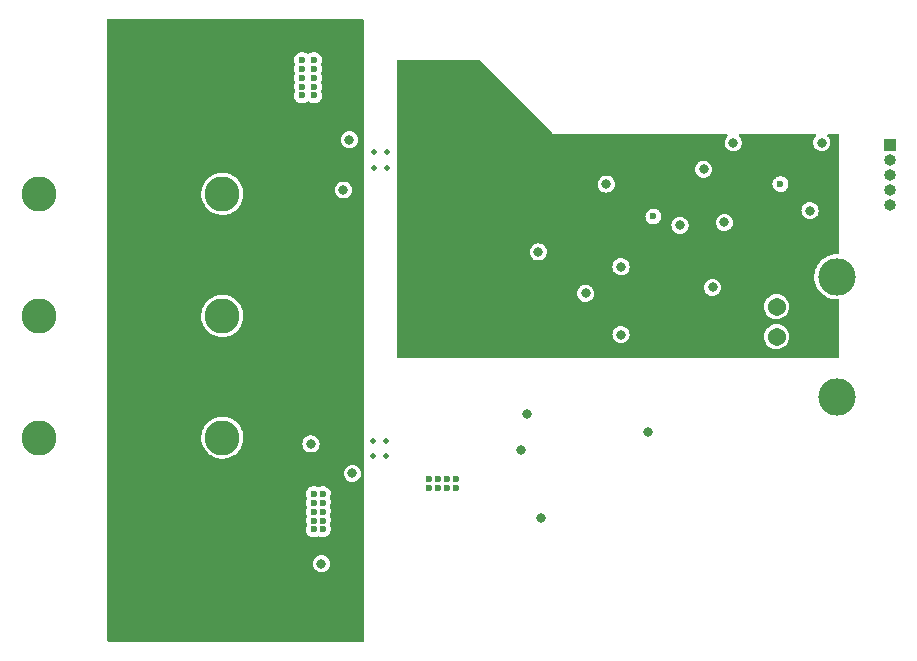
<source format=gbr>
%TF.GenerationSoftware,KiCad,Pcbnew,6.0.4-6f826c9f35~116~ubuntu18.04.1*%
%TF.CreationDate,2022-05-26T20:07:40+01:00*%
%TF.ProjectId,cosmic_ray_detector,636f736d-6963-45f7-9261-795f64657465,1*%
%TF.SameCoordinates,Original*%
%TF.FileFunction,Copper,L2,Inr*%
%TF.FilePolarity,Positive*%
%FSLAX46Y46*%
G04 Gerber Fmt 4.6, Leading zero omitted, Abs format (unit mm)*
G04 Created by KiCad (PCBNEW 6.0.4-6f826c9f35~116~ubuntu18.04.1) date 2022-05-26 20:07:40*
%MOMM*%
%LPD*%
G01*
G04 APERTURE LIST*
%TA.AperFunction,ComponentPad*%
%ADD10C,2.955000*%
%TD*%
%TA.AperFunction,ComponentPad*%
%ADD11C,1.540000*%
%TD*%
%TA.AperFunction,ComponentPad*%
%ADD12C,3.165000*%
%TD*%
%TA.AperFunction,ComponentPad*%
%ADD13C,0.500000*%
%TD*%
%TA.AperFunction,ComponentPad*%
%ADD14R,1.000000X1.000000*%
%TD*%
%TA.AperFunction,ComponentPad*%
%ADD15O,1.000000X1.000000*%
%TD*%
%TA.AperFunction,ViaPad*%
%ADD16C,0.800000*%
%TD*%
%TA.AperFunction,ViaPad*%
%ADD17C,0.600000*%
%TD*%
G04 APERTURE END LIST*
D10*
%TO.N,/Power Regulators/-VIN*%
%TO.C,J3*%
X64750000Y-100970000D03*
X80250000Y-100970000D03*
%TD*%
D11*
%TO.N,GNDA*%
%TO.C,J6*%
X127170000Y-89880000D03*
%TO.N,Net-(J6-Pad1)*%
X127170000Y-92420000D03*
D12*
%TO.N,*%
X132250000Y-87340000D03*
X132250000Y-97500000D03*
%TD*%
D10*
%TO.N,/Power Regulators/+VIN*%
%TO.C,J4*%
X80250000Y-80328100D03*
X64750000Y-80328100D03*
%TD*%
%TO.N,GNDA*%
%TO.C,J5*%
X80250000Y-90670000D03*
X64750000Y-90670000D03*
%TD*%
D13*
%TO.N,GNDA*%
%TO.C,U3*%
X94196000Y-76810000D03*
X94196000Y-78110000D03*
X93096000Y-78110000D03*
X93096000Y-76810000D03*
%TD*%
%TO.N,GNDA*%
%TO.C,U2*%
X94126000Y-101270000D03*
X94126000Y-102570000D03*
X93026000Y-102570000D03*
X93026000Y-101270000D03*
%TD*%
D14*
%TO.N,/threshold_setting/SPI.~{SYNC}*%
%TO.C,J2*%
X136750000Y-76230000D03*
D15*
%TO.N,/threshold_setting/SPI.SCK*%
X136750000Y-77500000D03*
%TO.N,/threshold_setting/SPI.SDI*%
X136750000Y-78770000D03*
%TO.N,/threshold_setting/SPI.SDO*%
X136750000Y-80040000D03*
%TO.N,GNDA*%
X136750000Y-81310000D03*
%TD*%
D16*
%TO.N,GNDA*%
X88640000Y-111650000D03*
X130000000Y-81750000D03*
%TO.N,/Power Regulators/+VIN*%
X91000000Y-75750000D03*
X90500000Y-80000000D03*
%TO.N,/Power Regulators/-VIN*%
X91250000Y-104000000D03*
X87750000Y-101500000D03*
D17*
%TO.N,GNDA*%
X88750000Y-105750000D03*
X88750000Y-106500000D03*
X88750000Y-107250000D03*
X88750000Y-108000000D03*
X88750000Y-108750000D03*
X88000000Y-108750000D03*
X88000000Y-108000000D03*
X88000000Y-107250000D03*
X88000000Y-106500000D03*
X88000000Y-105750000D03*
X88000000Y-69000000D03*
X88000000Y-69750000D03*
X88000000Y-70500000D03*
X88000000Y-71250000D03*
X88000000Y-72000000D03*
X87000000Y-72000000D03*
X87000000Y-71250000D03*
X87000000Y-70500000D03*
X87000000Y-69750000D03*
X87000000Y-69000000D03*
%TO.N,+5VA*%
X99750000Y-73250000D03*
X100750000Y-73250000D03*
X100750000Y-72500000D03*
X99750000Y-72500000D03*
X99750000Y-71750000D03*
X100750000Y-71750000D03*
X100750000Y-71000000D03*
X99750000Y-71000000D03*
%TO.N,-5VA*%
X100000000Y-105250000D03*
X99250000Y-105250000D03*
X98500000Y-105250000D03*
X97750000Y-105250000D03*
X97750000Y-104500000D03*
X98500000Y-104500000D03*
X99250000Y-104500000D03*
X100000000Y-104500000D03*
D16*
%TO.N,GNDA*%
X107000000Y-85250000D03*
X106000000Y-99000000D03*
X116250000Y-100500000D03*
X114000000Y-92250000D03*
X111000000Y-88750000D03*
X114000000Y-86500000D03*
X112750000Y-79500000D03*
%TO.N,+5VA*%
X125500000Y-78000000D03*
X115750000Y-93500000D03*
X116000000Y-89250000D03*
%TO.N,GNDA*%
X107250000Y-107750000D03*
%TO.N,-5VA*%
X105500000Y-102000000D03*
%TO.N,GNDA*%
X121750000Y-88250000D03*
X119000000Y-83000000D03*
X122750000Y-82750000D03*
X121000000Y-78250000D03*
X123500000Y-76000000D03*
X131000000Y-76000000D03*
D17*
%TO.N,/comparator/VREF*%
X116750000Y-82250000D03*
X127500000Y-79500000D03*
%TD*%
%TA.AperFunction,Conductor*%
%TO.N,+5VA*%
G36*
X102015931Y-69020002D02*
G01*
X102036905Y-69036905D01*
X108250000Y-75250000D01*
X122927282Y-75250000D01*
X122995403Y-75270002D01*
X123041896Y-75323658D01*
X123052000Y-75393932D01*
X123022506Y-75458512D01*
X123015439Y-75466024D01*
X122943155Y-75536810D01*
X122938120Y-75541741D01*
X122850556Y-75677613D01*
X122848145Y-75684236D01*
X122848144Y-75684239D01*
X122797681Y-75822885D01*
X122797680Y-75822890D01*
X122795271Y-75829508D01*
X122775012Y-75989877D01*
X122790785Y-76150748D01*
X122841808Y-76304128D01*
X122845455Y-76310150D01*
X122845456Y-76310152D01*
X122854349Y-76324835D01*
X122925543Y-76442391D01*
X123037830Y-76558668D01*
X123173087Y-76647177D01*
X123179687Y-76649632D01*
X123179688Y-76649632D01*
X123317990Y-76701067D01*
X123317992Y-76701068D01*
X123324592Y-76703522D01*
X123331570Y-76704453D01*
X123331574Y-76704454D01*
X123379806Y-76710889D01*
X123484816Y-76724900D01*
X123491827Y-76724262D01*
X123491831Y-76724262D01*
X123638772Y-76710889D01*
X123645793Y-76710250D01*
X123652495Y-76708072D01*
X123652497Y-76708072D01*
X123792825Y-76662476D01*
X123799525Y-76660299D01*
X123817419Y-76649632D01*
X123932318Y-76581139D01*
X123932320Y-76581138D01*
X123938370Y-76577531D01*
X124055427Y-76466059D01*
X124067788Y-76447455D01*
X124140978Y-76337294D01*
X124144879Y-76331423D01*
X124202280Y-76180315D01*
X124205496Y-76157433D01*
X124224225Y-76024169D01*
X124224226Y-76024162D01*
X124224776Y-76020245D01*
X124225059Y-76000000D01*
X124207041Y-75839364D01*
X124201303Y-75822885D01*
X124156200Y-75693369D01*
X124153882Y-75686712D01*
X124148197Y-75677613D01*
X124071957Y-75555605D01*
X124068224Y-75549631D01*
X123983967Y-75464783D01*
X123950160Y-75402354D01*
X123955472Y-75331556D01*
X123998216Y-75274869D01*
X124064823Y-75250290D01*
X124073373Y-75250000D01*
X130427282Y-75250000D01*
X130495403Y-75270002D01*
X130541896Y-75323658D01*
X130552000Y-75393932D01*
X130522506Y-75458512D01*
X130515439Y-75466024D01*
X130443155Y-75536810D01*
X130438120Y-75541741D01*
X130350556Y-75677613D01*
X130348145Y-75684236D01*
X130348144Y-75684239D01*
X130297681Y-75822885D01*
X130297680Y-75822890D01*
X130295271Y-75829508D01*
X130275012Y-75989877D01*
X130290785Y-76150748D01*
X130341808Y-76304128D01*
X130345455Y-76310150D01*
X130345456Y-76310152D01*
X130354349Y-76324835D01*
X130425543Y-76442391D01*
X130537830Y-76558668D01*
X130673087Y-76647177D01*
X130679687Y-76649632D01*
X130679688Y-76649632D01*
X130817990Y-76701067D01*
X130817992Y-76701068D01*
X130824592Y-76703522D01*
X130831570Y-76704453D01*
X130831574Y-76704454D01*
X130879806Y-76710889D01*
X130984816Y-76724900D01*
X130991827Y-76724262D01*
X130991831Y-76724262D01*
X131138772Y-76710889D01*
X131145793Y-76710250D01*
X131152495Y-76708072D01*
X131152497Y-76708072D01*
X131292825Y-76662476D01*
X131299525Y-76660299D01*
X131317419Y-76649632D01*
X131432318Y-76581139D01*
X131432320Y-76581138D01*
X131438370Y-76577531D01*
X131555427Y-76466059D01*
X131567788Y-76447455D01*
X131640978Y-76337294D01*
X131644879Y-76331423D01*
X131702280Y-76180315D01*
X131705496Y-76157433D01*
X131724225Y-76024169D01*
X131724226Y-76024162D01*
X131724776Y-76020245D01*
X131725059Y-76000000D01*
X131707041Y-75839364D01*
X131701303Y-75822885D01*
X131656200Y-75693369D01*
X131653882Y-75686712D01*
X131648197Y-75677613D01*
X131571957Y-75555605D01*
X131568224Y-75549631D01*
X131483967Y-75464783D01*
X131450160Y-75402354D01*
X131455472Y-75331556D01*
X131498216Y-75274869D01*
X131564823Y-75250290D01*
X131573373Y-75250000D01*
X132374000Y-75250000D01*
X132442121Y-75270002D01*
X132488614Y-75323658D01*
X132500000Y-75376000D01*
X132500000Y-85334123D01*
X132479998Y-85402244D01*
X132426342Y-85448737D01*
X132363129Y-85459653D01*
X132279652Y-85452423D01*
X132275217Y-85452667D01*
X132275213Y-85452667D01*
X132017838Y-85466831D01*
X132017831Y-85466832D01*
X132013395Y-85467076D01*
X131751858Y-85519099D01*
X131500260Y-85607454D01*
X131453280Y-85631858D01*
X131336749Y-85692391D01*
X131263622Y-85730377D01*
X131260007Y-85732960D01*
X131260001Y-85732964D01*
X131127668Y-85827531D01*
X131046665Y-85885417D01*
X130853717Y-86069480D01*
X130688629Y-86278893D01*
X130628393Y-86382597D01*
X130556929Y-86505631D01*
X130556926Y-86505637D01*
X130554695Y-86509478D01*
X130454586Y-86756635D01*
X130390301Y-87015431D01*
X130363122Y-87280702D01*
X130363297Y-87285154D01*
X130373383Y-87541855D01*
X130373591Y-87547158D01*
X130421499Y-87809479D01*
X130505891Y-88062434D01*
X130507881Y-88066417D01*
X130507882Y-88066419D01*
X130621915Y-88294632D01*
X130625083Y-88300973D01*
X130776696Y-88520339D01*
X130807930Y-88554128D01*
X130954689Y-88712892D01*
X130954694Y-88712897D01*
X130957705Y-88716154D01*
X131164499Y-88884511D01*
X131168317Y-88886810D01*
X131168319Y-88886811D01*
X131318214Y-88977055D01*
X131392952Y-89022051D01*
X131397047Y-89023785D01*
X131397049Y-89023786D01*
X131634404Y-89124293D01*
X131634411Y-89124295D01*
X131638505Y-89126029D01*
X131896260Y-89194372D01*
X131900684Y-89194896D01*
X131900686Y-89194896D01*
X132006761Y-89207450D01*
X132161072Y-89225714D01*
X132371032Y-89220766D01*
X132439605Y-89239158D01*
X132487349Y-89291703D01*
X132500000Y-89346731D01*
X132500000Y-94124000D01*
X132479998Y-94192121D01*
X132426342Y-94238614D01*
X132374000Y-94250000D01*
X95126000Y-94250000D01*
X95057879Y-94229998D01*
X95011386Y-94176342D01*
X95000000Y-94124000D01*
X95000000Y-92239877D01*
X113275012Y-92239877D01*
X113290785Y-92400748D01*
X113341808Y-92554128D01*
X113345455Y-92560150D01*
X113345456Y-92560152D01*
X113354349Y-92574835D01*
X113425543Y-92692391D01*
X113537830Y-92808668D01*
X113673087Y-92897177D01*
X113679687Y-92899632D01*
X113679688Y-92899632D01*
X113817990Y-92951067D01*
X113817992Y-92951068D01*
X113824592Y-92953522D01*
X113831570Y-92954453D01*
X113831574Y-92954454D01*
X113879806Y-92960889D01*
X113984816Y-92974900D01*
X113991827Y-92974262D01*
X113991831Y-92974262D01*
X114138772Y-92960889D01*
X114145793Y-92960250D01*
X114152495Y-92958072D01*
X114152497Y-92958072D01*
X114292825Y-92912476D01*
X114299525Y-92910299D01*
X114317419Y-92899632D01*
X114432318Y-92831139D01*
X114432320Y-92831138D01*
X114438370Y-92827531D01*
X114555427Y-92716059D01*
X114567788Y-92697455D01*
X114619179Y-92620105D01*
X114644879Y-92581423D01*
X114682152Y-92483301D01*
X114699780Y-92436897D01*
X114699781Y-92436895D01*
X114702280Y-92430315D01*
X114705496Y-92407433D01*
X114705841Y-92404981D01*
X126094425Y-92404981D01*
X126111992Y-92614181D01*
X126124647Y-92658315D01*
X126166307Y-92803599D01*
X126169858Y-92815984D01*
X126172673Y-92821461D01*
X126172674Y-92821464D01*
X126251050Y-92973968D01*
X126265819Y-93002705D01*
X126269642Y-93007529D01*
X126269645Y-93007533D01*
X126386110Y-93154473D01*
X126396221Y-93167230D01*
X126556095Y-93303294D01*
X126561473Y-93306300D01*
X126561475Y-93306301D01*
X126605680Y-93331006D01*
X126739353Y-93405713D01*
X126939014Y-93470587D01*
X127147473Y-93495444D01*
X127153608Y-93494972D01*
X127153610Y-93494972D01*
X127350648Y-93479811D01*
X127350652Y-93479810D01*
X127356790Y-93479338D01*
X127558992Y-93422882D01*
X127564496Y-93420102D01*
X127564498Y-93420101D01*
X127740877Y-93331006D01*
X127740879Y-93331005D01*
X127746378Y-93328227D01*
X127911810Y-93198977D01*
X128048986Y-93040057D01*
X128152683Y-92857518D01*
X128218949Y-92658315D01*
X128232955Y-92547445D01*
X128244819Y-92453538D01*
X128244820Y-92453529D01*
X128245261Y-92450035D01*
X128245680Y-92420000D01*
X128225194Y-92211066D01*
X128164516Y-92010090D01*
X128160277Y-92002118D01*
X128068853Y-91830174D01*
X128068851Y-91830172D01*
X128065957Y-91824728D01*
X128016993Y-91764692D01*
X127937166Y-91666814D01*
X127937163Y-91666811D01*
X127933271Y-91662039D01*
X127926185Y-91656177D01*
X127776263Y-91532150D01*
X127776259Y-91532148D01*
X127771513Y-91528221D01*
X127586843Y-91428370D01*
X127386295Y-91366290D01*
X127380170Y-91365646D01*
X127380169Y-91365646D01*
X127183638Y-91344990D01*
X127183637Y-91344990D01*
X127177510Y-91344346D01*
X127089999Y-91352310D01*
X126974577Y-91362814D01*
X126974574Y-91362815D01*
X126968438Y-91363373D01*
X126962532Y-91365111D01*
X126962528Y-91365112D01*
X126815522Y-91408379D01*
X126767043Y-91422647D01*
X126580997Y-91519909D01*
X126417386Y-91651456D01*
X126282442Y-91812276D01*
X126279478Y-91817668D01*
X126279475Y-91817672D01*
X126210373Y-91943369D01*
X126181304Y-91996245D01*
X126117826Y-92196354D01*
X126117140Y-92202471D01*
X126117139Y-92202475D01*
X126095686Y-92393740D01*
X126094425Y-92404981D01*
X114705841Y-92404981D01*
X114724225Y-92274169D01*
X114724226Y-92274162D01*
X114724776Y-92270245D01*
X114725059Y-92250000D01*
X114707041Y-92089364D01*
X114701303Y-92072885D01*
X114676659Y-92002118D01*
X114653882Y-91936712D01*
X114648197Y-91927613D01*
X114571957Y-91805605D01*
X114568224Y-91799631D01*
X114454325Y-91684934D01*
X114317845Y-91598321D01*
X114292658Y-91589352D01*
X114172203Y-91546460D01*
X114172198Y-91546459D01*
X114165568Y-91544098D01*
X114158582Y-91543265D01*
X114158578Y-91543264D01*
X114032418Y-91528221D01*
X114005062Y-91524959D01*
X113998059Y-91525695D01*
X113998058Y-91525695D01*
X113956808Y-91530031D01*
X113844304Y-91541855D01*
X113837636Y-91544125D01*
X113697952Y-91591677D01*
X113697949Y-91591678D01*
X113691285Y-91593947D01*
X113685290Y-91597635D01*
X113685286Y-91597637D01*
X113559610Y-91674954D01*
X113553609Y-91678646D01*
X113438120Y-91791741D01*
X113350556Y-91927613D01*
X113348145Y-91934236D01*
X113348144Y-91934239D01*
X113297681Y-92072885D01*
X113297680Y-92072890D01*
X113295271Y-92079508D01*
X113275012Y-92239877D01*
X95000000Y-92239877D01*
X95000000Y-89864981D01*
X126094425Y-89864981D01*
X126111992Y-90074181D01*
X126169858Y-90275984D01*
X126172673Y-90281461D01*
X126172674Y-90281464D01*
X126263004Y-90457228D01*
X126265819Y-90462705D01*
X126269642Y-90467529D01*
X126269645Y-90467533D01*
X126386110Y-90614473D01*
X126396221Y-90627230D01*
X126556095Y-90763294D01*
X126561473Y-90766300D01*
X126561475Y-90766301D01*
X126605680Y-90791006D01*
X126739353Y-90865713D01*
X126939014Y-90930587D01*
X127147473Y-90955444D01*
X127153608Y-90954972D01*
X127153610Y-90954972D01*
X127350648Y-90939811D01*
X127350652Y-90939810D01*
X127356790Y-90939338D01*
X127558992Y-90882882D01*
X127564496Y-90880102D01*
X127564498Y-90880101D01*
X127740877Y-90791006D01*
X127740879Y-90791005D01*
X127746378Y-90788227D01*
X127911810Y-90658977D01*
X128048986Y-90500057D01*
X128152683Y-90317518D01*
X128218949Y-90118315D01*
X128225300Y-90068040D01*
X128244819Y-89913538D01*
X128244820Y-89913529D01*
X128245261Y-89910035D01*
X128245680Y-89880000D01*
X128225194Y-89671066D01*
X128164516Y-89470090D01*
X128158126Y-89458072D01*
X128068853Y-89290174D01*
X128068851Y-89290172D01*
X128065957Y-89284728D01*
X127992692Y-89194896D01*
X127937166Y-89126814D01*
X127937163Y-89126811D01*
X127933271Y-89122039D01*
X127926185Y-89116177D01*
X127776263Y-88992150D01*
X127776259Y-88992148D01*
X127771513Y-88988221D01*
X127586843Y-88888370D01*
X127386295Y-88826290D01*
X127380170Y-88825646D01*
X127380169Y-88825646D01*
X127183638Y-88804990D01*
X127183637Y-88804990D01*
X127177510Y-88804346D01*
X127089999Y-88812310D01*
X126974577Y-88822814D01*
X126974574Y-88822815D01*
X126968438Y-88823373D01*
X126962532Y-88825111D01*
X126962528Y-88825112D01*
X126815522Y-88868379D01*
X126767043Y-88882647D01*
X126761583Y-88885501D01*
X126761584Y-88885501D01*
X126622768Y-88958072D01*
X126580997Y-88979909D01*
X126417386Y-89111456D01*
X126282442Y-89272276D01*
X126279478Y-89277668D01*
X126279475Y-89277672D01*
X126241510Y-89346731D01*
X126181304Y-89456245D01*
X126117826Y-89656354D01*
X126117140Y-89662471D01*
X126117139Y-89662475D01*
X126095112Y-89858856D01*
X126094425Y-89864981D01*
X95000000Y-89864981D01*
X95000000Y-88739877D01*
X110275012Y-88739877D01*
X110290785Y-88900748D01*
X110341808Y-89054128D01*
X110345455Y-89060150D01*
X110345456Y-89060152D01*
X110386044Y-89127170D01*
X110425543Y-89192391D01*
X110537830Y-89308668D01*
X110673087Y-89397177D01*
X110679687Y-89399632D01*
X110679688Y-89399632D01*
X110817990Y-89451067D01*
X110817992Y-89451068D01*
X110824592Y-89453522D01*
X110831570Y-89454453D01*
X110831574Y-89454454D01*
X110879806Y-89460889D01*
X110984816Y-89474900D01*
X110991827Y-89474262D01*
X110991831Y-89474262D01*
X111138772Y-89460889D01*
X111145793Y-89460250D01*
X111152495Y-89458072D01*
X111152497Y-89458072D01*
X111292825Y-89412476D01*
X111299525Y-89410299D01*
X111317419Y-89399632D01*
X111432318Y-89331139D01*
X111432320Y-89331138D01*
X111438370Y-89327531D01*
X111555427Y-89216059D01*
X111567788Y-89197455D01*
X111624925Y-89111456D01*
X111644879Y-89081423D01*
X111691736Y-88958072D01*
X111699780Y-88936897D01*
X111699781Y-88936895D01*
X111702280Y-88930315D01*
X111705600Y-88906692D01*
X111724225Y-88774169D01*
X111724226Y-88774162D01*
X111724776Y-88770245D01*
X111725059Y-88750000D01*
X111707041Y-88589364D01*
X111701982Y-88574835D01*
X111656200Y-88443369D01*
X111653882Y-88436712D01*
X111648197Y-88427613D01*
X111571957Y-88305605D01*
X111568224Y-88299631D01*
X111539043Y-88270245D01*
X111508886Y-88239877D01*
X121025012Y-88239877D01*
X121040785Y-88400748D01*
X121091808Y-88554128D01*
X121095455Y-88560150D01*
X121095456Y-88560152D01*
X121152142Y-88653751D01*
X121175543Y-88692391D01*
X121287830Y-88808668D01*
X121423087Y-88897177D01*
X121429687Y-88899632D01*
X121429688Y-88899632D01*
X121567990Y-88951067D01*
X121567992Y-88951068D01*
X121574592Y-88953522D01*
X121581570Y-88954453D01*
X121581574Y-88954454D01*
X121629806Y-88960889D01*
X121734816Y-88974900D01*
X121741827Y-88974262D01*
X121741831Y-88974262D01*
X121888772Y-88960889D01*
X121895793Y-88960250D01*
X121902495Y-88958072D01*
X121902497Y-88958072D01*
X122042825Y-88912476D01*
X122049525Y-88910299D01*
X122067419Y-88899632D01*
X122182318Y-88831139D01*
X122182320Y-88831138D01*
X122188370Y-88827531D01*
X122305427Y-88716059D01*
X122317788Y-88697455D01*
X122390978Y-88587294D01*
X122394879Y-88581423D01*
X122452280Y-88430315D01*
X122455496Y-88407433D01*
X122474225Y-88274169D01*
X122474226Y-88274162D01*
X122474776Y-88270245D01*
X122475059Y-88250000D01*
X122457041Y-88089364D01*
X122451303Y-88072885D01*
X122406200Y-87943369D01*
X122403882Y-87936712D01*
X122398197Y-87927613D01*
X122321957Y-87805605D01*
X122318224Y-87799631D01*
X122204325Y-87684934D01*
X122067845Y-87598321D01*
X122042658Y-87589352D01*
X121922203Y-87546460D01*
X121922198Y-87546459D01*
X121915568Y-87544098D01*
X121908582Y-87543265D01*
X121908578Y-87543264D01*
X121794624Y-87529676D01*
X121755062Y-87524959D01*
X121748059Y-87525695D01*
X121748058Y-87525695D01*
X121706808Y-87530031D01*
X121594304Y-87541855D01*
X121587636Y-87544125D01*
X121447952Y-87591677D01*
X121447949Y-87591678D01*
X121441285Y-87593947D01*
X121435290Y-87597635D01*
X121435286Y-87597637D01*
X121309610Y-87674954D01*
X121303609Y-87678646D01*
X121188120Y-87791741D01*
X121100556Y-87927613D01*
X121098145Y-87934236D01*
X121098144Y-87934239D01*
X121047681Y-88072885D01*
X121047680Y-88072890D01*
X121045271Y-88079508D01*
X121025012Y-88239877D01*
X111508886Y-88239877D01*
X111459287Y-88189931D01*
X111454325Y-88184934D01*
X111317845Y-88098321D01*
X111265012Y-88079508D01*
X111172203Y-88046460D01*
X111172198Y-88046459D01*
X111165568Y-88044098D01*
X111158582Y-88043265D01*
X111158578Y-88043264D01*
X111044624Y-88029676D01*
X111005062Y-88024959D01*
X110998059Y-88025695D01*
X110998058Y-88025695D01*
X110956808Y-88030031D01*
X110844304Y-88041855D01*
X110837636Y-88044125D01*
X110697952Y-88091677D01*
X110697949Y-88091678D01*
X110691285Y-88093947D01*
X110685290Y-88097635D01*
X110685286Y-88097637D01*
X110559610Y-88174954D01*
X110553609Y-88178646D01*
X110438120Y-88291741D01*
X110350556Y-88427613D01*
X110348145Y-88434236D01*
X110348144Y-88434239D01*
X110297681Y-88572885D01*
X110297680Y-88572890D01*
X110295271Y-88579508D01*
X110275012Y-88739877D01*
X95000000Y-88739877D01*
X95000000Y-86489877D01*
X113275012Y-86489877D01*
X113290785Y-86650748D01*
X113341808Y-86804128D01*
X113345455Y-86810150D01*
X113345456Y-86810152D01*
X113354349Y-86824835D01*
X113425543Y-86942391D01*
X113537830Y-87058668D01*
X113673087Y-87147177D01*
X113679687Y-87149632D01*
X113679688Y-87149632D01*
X113817990Y-87201067D01*
X113817992Y-87201068D01*
X113824592Y-87203522D01*
X113831570Y-87204453D01*
X113831574Y-87204454D01*
X113879806Y-87210889D01*
X113984816Y-87224900D01*
X113991827Y-87224262D01*
X113991831Y-87224262D01*
X114138772Y-87210889D01*
X114145793Y-87210250D01*
X114152495Y-87208072D01*
X114152497Y-87208072D01*
X114292825Y-87162476D01*
X114299525Y-87160299D01*
X114317419Y-87149632D01*
X114432318Y-87081139D01*
X114432320Y-87081138D01*
X114438370Y-87077531D01*
X114555427Y-86966059D01*
X114567788Y-86947455D01*
X114640978Y-86837294D01*
X114644879Y-86831423D01*
X114702280Y-86680315D01*
X114705496Y-86657433D01*
X114724225Y-86524169D01*
X114724226Y-86524162D01*
X114724776Y-86520245D01*
X114724927Y-86509478D01*
X114725004Y-86503962D01*
X114725004Y-86503956D01*
X114725059Y-86500000D01*
X114707041Y-86339364D01*
X114701303Y-86322885D01*
X114656200Y-86193369D01*
X114653882Y-86186712D01*
X114648197Y-86177613D01*
X114571957Y-86055605D01*
X114568224Y-86049631D01*
X114454325Y-85934934D01*
X114436991Y-85923933D01*
X114388755Y-85893322D01*
X114317845Y-85848321D01*
X114269592Y-85831139D01*
X114172203Y-85796460D01*
X114172198Y-85796459D01*
X114165568Y-85794098D01*
X114158582Y-85793265D01*
X114158578Y-85793264D01*
X114044624Y-85779676D01*
X114005062Y-85774959D01*
X113998059Y-85775695D01*
X113998058Y-85775695D01*
X113956808Y-85780031D01*
X113844304Y-85791855D01*
X113837636Y-85794125D01*
X113697952Y-85841677D01*
X113697949Y-85841678D01*
X113691285Y-85843947D01*
X113685290Y-85847635D01*
X113685286Y-85847637D01*
X113579893Y-85912476D01*
X113553609Y-85928646D01*
X113438120Y-86041741D01*
X113350556Y-86177613D01*
X113348145Y-86184236D01*
X113348144Y-86184239D01*
X113297681Y-86322885D01*
X113297680Y-86322890D01*
X113295271Y-86329508D01*
X113275012Y-86489877D01*
X95000000Y-86489877D01*
X95000000Y-85239877D01*
X106275012Y-85239877D01*
X106290785Y-85400748D01*
X106341808Y-85554128D01*
X106345455Y-85560150D01*
X106345456Y-85560152D01*
X106354349Y-85574835D01*
X106425543Y-85692391D01*
X106537830Y-85808668D01*
X106673087Y-85897177D01*
X106679687Y-85899632D01*
X106679688Y-85899632D01*
X106817990Y-85951067D01*
X106817992Y-85951068D01*
X106824592Y-85953522D01*
X106831570Y-85954453D01*
X106831574Y-85954454D01*
X106879806Y-85960889D01*
X106984816Y-85974900D01*
X106991827Y-85974262D01*
X106991831Y-85974262D01*
X107138772Y-85960889D01*
X107145793Y-85960250D01*
X107152495Y-85958072D01*
X107152497Y-85958072D01*
X107292825Y-85912476D01*
X107299525Y-85910299D01*
X107317419Y-85899632D01*
X107432318Y-85831139D01*
X107432320Y-85831138D01*
X107438370Y-85827531D01*
X107555427Y-85716059D01*
X107567788Y-85697455D01*
X107611370Y-85631858D01*
X107644879Y-85581423D01*
X107688409Y-85466831D01*
X107699780Y-85436897D01*
X107699781Y-85436895D01*
X107702280Y-85430315D01*
X107706225Y-85402244D01*
X107724225Y-85274169D01*
X107724226Y-85274162D01*
X107724776Y-85270245D01*
X107725059Y-85250000D01*
X107707041Y-85089364D01*
X107701303Y-85072885D01*
X107656200Y-84943369D01*
X107653882Y-84936712D01*
X107648197Y-84927613D01*
X107571957Y-84805605D01*
X107568224Y-84799631D01*
X107454325Y-84684934D01*
X107317845Y-84598321D01*
X107292658Y-84589352D01*
X107172203Y-84546460D01*
X107172198Y-84546459D01*
X107165568Y-84544098D01*
X107158582Y-84543265D01*
X107158578Y-84543264D01*
X107044624Y-84529676D01*
X107005062Y-84524959D01*
X106998059Y-84525695D01*
X106998058Y-84525695D01*
X106956808Y-84530031D01*
X106844304Y-84541855D01*
X106837636Y-84544125D01*
X106697952Y-84591677D01*
X106697949Y-84591678D01*
X106691285Y-84593947D01*
X106685290Y-84597635D01*
X106685286Y-84597637D01*
X106559610Y-84674954D01*
X106553609Y-84678646D01*
X106438120Y-84791741D01*
X106350556Y-84927613D01*
X106348145Y-84934236D01*
X106348144Y-84934239D01*
X106297681Y-85072885D01*
X106297680Y-85072890D01*
X106295271Y-85079508D01*
X106275012Y-85239877D01*
X95000000Y-85239877D01*
X95000000Y-82989877D01*
X118275012Y-82989877D01*
X118290785Y-83150748D01*
X118341808Y-83304128D01*
X118345455Y-83310150D01*
X118345456Y-83310152D01*
X118395826Y-83393322D01*
X118425543Y-83442391D01*
X118537830Y-83558668D01*
X118673087Y-83647177D01*
X118679687Y-83649632D01*
X118679688Y-83649632D01*
X118817990Y-83701067D01*
X118817992Y-83701068D01*
X118824592Y-83703522D01*
X118831570Y-83704453D01*
X118831574Y-83704454D01*
X118879806Y-83710889D01*
X118984816Y-83724900D01*
X118991827Y-83724262D01*
X118991831Y-83724262D01*
X119138772Y-83710889D01*
X119145793Y-83710250D01*
X119152495Y-83708072D01*
X119152497Y-83708072D01*
X119292825Y-83662476D01*
X119299525Y-83660299D01*
X119317419Y-83649632D01*
X119432318Y-83581139D01*
X119432320Y-83581138D01*
X119438370Y-83577531D01*
X119555427Y-83466059D01*
X119563138Y-83454454D01*
X119640978Y-83337294D01*
X119644879Y-83331423D01*
X119702280Y-83180315D01*
X119705496Y-83157433D01*
X119724225Y-83024169D01*
X119724226Y-83024162D01*
X119724776Y-83020245D01*
X119725059Y-83000000D01*
X119707041Y-82839364D01*
X119701303Y-82822885D01*
X119672396Y-82739877D01*
X122025012Y-82739877D01*
X122040785Y-82900748D01*
X122091808Y-83054128D01*
X122095455Y-83060150D01*
X122095456Y-83060152D01*
X122168230Y-83180315D01*
X122175543Y-83192391D01*
X122287830Y-83308668D01*
X122423087Y-83397177D01*
X122429687Y-83399632D01*
X122429688Y-83399632D01*
X122567990Y-83451067D01*
X122567992Y-83451068D01*
X122574592Y-83453522D01*
X122581570Y-83454453D01*
X122581574Y-83454454D01*
X122629806Y-83460889D01*
X122734816Y-83474900D01*
X122741827Y-83474262D01*
X122741831Y-83474262D01*
X122888772Y-83460889D01*
X122895793Y-83460250D01*
X122902495Y-83458072D01*
X122902497Y-83458072D01*
X123042825Y-83412476D01*
X123049525Y-83410299D01*
X123067419Y-83399632D01*
X123182318Y-83331139D01*
X123182320Y-83331138D01*
X123188370Y-83327531D01*
X123305427Y-83216059D01*
X123317788Y-83197455D01*
X123390978Y-83087294D01*
X123394879Y-83081423D01*
X123452280Y-82930315D01*
X123453829Y-82919295D01*
X123474225Y-82774169D01*
X123474226Y-82774162D01*
X123474776Y-82770245D01*
X123475059Y-82750000D01*
X123457041Y-82589364D01*
X123451303Y-82572885D01*
X123406200Y-82443369D01*
X123403882Y-82436712D01*
X123398197Y-82427613D01*
X123321957Y-82305605D01*
X123318224Y-82299631D01*
X123312757Y-82294125D01*
X123209287Y-82189931D01*
X123204325Y-82184934D01*
X123067845Y-82098321D01*
X123036877Y-82087294D01*
X122922203Y-82046460D01*
X122922198Y-82046459D01*
X122915568Y-82044098D01*
X122908582Y-82043265D01*
X122908578Y-82043264D01*
X122794624Y-82029676D01*
X122755062Y-82024959D01*
X122748059Y-82025695D01*
X122748058Y-82025695D01*
X122706808Y-82030031D01*
X122594304Y-82041855D01*
X122587636Y-82044125D01*
X122447952Y-82091677D01*
X122447949Y-82091678D01*
X122441285Y-82093947D01*
X122435290Y-82097635D01*
X122435286Y-82097637D01*
X122309610Y-82174954D01*
X122303609Y-82178646D01*
X122298576Y-82183575D01*
X122204406Y-82275793D01*
X122188120Y-82291741D01*
X122100556Y-82427613D01*
X122098145Y-82434236D01*
X122098144Y-82434239D01*
X122047681Y-82572885D01*
X122047680Y-82572890D01*
X122045271Y-82579508D01*
X122025012Y-82739877D01*
X119672396Y-82739877D01*
X119656200Y-82693369D01*
X119653882Y-82686712D01*
X119648197Y-82677613D01*
X119571957Y-82555605D01*
X119568224Y-82549631D01*
X119454325Y-82434934D01*
X119317845Y-82348321D01*
X119269592Y-82331139D01*
X119172203Y-82296460D01*
X119172198Y-82296459D01*
X119165568Y-82294098D01*
X119158582Y-82293265D01*
X119158578Y-82293264D01*
X119044624Y-82279676D01*
X119005062Y-82274959D01*
X118998059Y-82275695D01*
X118998058Y-82275695D01*
X118956808Y-82280031D01*
X118844304Y-82291855D01*
X118837636Y-82294125D01*
X118697952Y-82341677D01*
X118697949Y-82341678D01*
X118691285Y-82343947D01*
X118685290Y-82347635D01*
X118685286Y-82347637D01*
X118579893Y-82412476D01*
X118553609Y-82428646D01*
X118438120Y-82541741D01*
X118350556Y-82677613D01*
X118348145Y-82684236D01*
X118348144Y-82684239D01*
X118297681Y-82822885D01*
X118297680Y-82822890D01*
X118295271Y-82829508D01*
X118275012Y-82989877D01*
X95000000Y-82989877D01*
X95000000Y-82242927D01*
X116074612Y-82242927D01*
X116092420Y-82404234D01*
X116109559Y-82451067D01*
X116145580Y-82549501D01*
X116145582Y-82549505D01*
X116148192Y-82556637D01*
X116152429Y-82562943D01*
X116152431Y-82562946D01*
X116174887Y-82596363D01*
X116238707Y-82691337D01*
X116244325Y-82696449D01*
X116353118Y-82795444D01*
X116353122Y-82795447D01*
X116358739Y-82800558D01*
X116365412Y-82804181D01*
X116365416Y-82804184D01*
X116494686Y-82874371D01*
X116501359Y-82877994D01*
X116658334Y-82919176D01*
X116744250Y-82920526D01*
X116813004Y-82921606D01*
X116813007Y-82921606D01*
X116820601Y-82921725D01*
X116876392Y-82908947D01*
X116971389Y-82887190D01*
X116971393Y-82887189D01*
X116978792Y-82885494D01*
X117123774Y-82812576D01*
X117197041Y-82750000D01*
X117241404Y-82712111D01*
X117241406Y-82712108D01*
X117247178Y-82707179D01*
X117341879Y-82575388D01*
X117382650Y-82473968D01*
X117399577Y-82431861D01*
X117399578Y-82431859D01*
X117402410Y-82424813D01*
X117425277Y-82264145D01*
X117425425Y-82250000D01*
X117418454Y-82192391D01*
X117406841Y-82096432D01*
X117406841Y-82096431D01*
X117405928Y-82088889D01*
X117348564Y-81937078D01*
X117256644Y-81803333D01*
X117185422Y-81739877D01*
X129275012Y-81739877D01*
X129290785Y-81900748D01*
X129341808Y-82054128D01*
X129345455Y-82060150D01*
X129345456Y-82060152D01*
X129418741Y-82181159D01*
X129425543Y-82192391D01*
X129537830Y-82308668D01*
X129673087Y-82397177D01*
X129679687Y-82399632D01*
X129679688Y-82399632D01*
X129817990Y-82451067D01*
X129817992Y-82451068D01*
X129824592Y-82453522D01*
X129831570Y-82454453D01*
X129831574Y-82454454D01*
X129879806Y-82460889D01*
X129984816Y-82474900D01*
X129991827Y-82474262D01*
X129991831Y-82474262D01*
X130138772Y-82460889D01*
X130145793Y-82460250D01*
X130152495Y-82458072D01*
X130152497Y-82458072D01*
X130292825Y-82412476D01*
X130299525Y-82410299D01*
X130317419Y-82399632D01*
X130432318Y-82331139D01*
X130432320Y-82331138D01*
X130438370Y-82327531D01*
X130555427Y-82216059D01*
X130567788Y-82197455D01*
X130639475Y-82089556D01*
X130644879Y-82081423D01*
X130702280Y-81930315D01*
X130705496Y-81907433D01*
X130724225Y-81774169D01*
X130724226Y-81774162D01*
X130724776Y-81770245D01*
X130725059Y-81750000D01*
X130707041Y-81589364D01*
X130701303Y-81572885D01*
X130656200Y-81443369D01*
X130653882Y-81436712D01*
X130648197Y-81427613D01*
X130571957Y-81305605D01*
X130568224Y-81299631D01*
X130454325Y-81184934D01*
X130317845Y-81098321D01*
X130292658Y-81089352D01*
X130172203Y-81046460D01*
X130172198Y-81046459D01*
X130165568Y-81044098D01*
X130158582Y-81043265D01*
X130158578Y-81043264D01*
X130044624Y-81029676D01*
X130005062Y-81024959D01*
X129998059Y-81025695D01*
X129998058Y-81025695D01*
X129956808Y-81030031D01*
X129844304Y-81041855D01*
X129837636Y-81044125D01*
X129697952Y-81091677D01*
X129697949Y-81091678D01*
X129691285Y-81093947D01*
X129685290Y-81097635D01*
X129685286Y-81097637D01*
X129559610Y-81174954D01*
X129553609Y-81178646D01*
X129438120Y-81291741D01*
X129350556Y-81427613D01*
X129348145Y-81434236D01*
X129348144Y-81434239D01*
X129297681Y-81572885D01*
X129297680Y-81572890D01*
X129295271Y-81579508D01*
X129275012Y-81739877D01*
X117185422Y-81739877D01*
X117135474Y-81695375D01*
X116992051Y-81619436D01*
X116982098Y-81616936D01*
X116842024Y-81581752D01*
X116842021Y-81581752D01*
X116834653Y-81579901D01*
X116827054Y-81579861D01*
X116827052Y-81579861D01*
X116760042Y-81579510D01*
X116672369Y-81579051D01*
X116664989Y-81580823D01*
X116664987Y-81580823D01*
X116521945Y-81615164D01*
X116521941Y-81615165D01*
X116514566Y-81616936D01*
X116370355Y-81691369D01*
X116364633Y-81696361D01*
X116364631Y-81696362D01*
X116303144Y-81750000D01*
X116248061Y-81798052D01*
X116154746Y-81930827D01*
X116095795Y-82082029D01*
X116094804Y-82089556D01*
X116077510Y-82220918D01*
X116074612Y-82242927D01*
X95000000Y-82242927D01*
X95000000Y-79489877D01*
X112025012Y-79489877D01*
X112040785Y-79650748D01*
X112091808Y-79804128D01*
X112095455Y-79810150D01*
X112095456Y-79810152D01*
X112171086Y-79935031D01*
X112175543Y-79942391D01*
X112287830Y-80058668D01*
X112423087Y-80147177D01*
X112429687Y-80149632D01*
X112429688Y-80149632D01*
X112567990Y-80201067D01*
X112567992Y-80201068D01*
X112574592Y-80203522D01*
X112581570Y-80204453D01*
X112581574Y-80204454D01*
X112629806Y-80210889D01*
X112734816Y-80224900D01*
X112741827Y-80224262D01*
X112741831Y-80224262D01*
X112888772Y-80210889D01*
X112895793Y-80210250D01*
X112902495Y-80208072D01*
X112902497Y-80208072D01*
X113042825Y-80162476D01*
X113049525Y-80160299D01*
X113067419Y-80149632D01*
X113182318Y-80081139D01*
X113182320Y-80081138D01*
X113188370Y-80077531D01*
X113305427Y-79966059D01*
X113317788Y-79947455D01*
X113390978Y-79837294D01*
X113394879Y-79831423D01*
X113452280Y-79680315D01*
X113455496Y-79657433D01*
X113474225Y-79524169D01*
X113474226Y-79524162D01*
X113474776Y-79520245D01*
X113474919Y-79510022D01*
X113475004Y-79503962D01*
X113475004Y-79503956D01*
X113475059Y-79500000D01*
X113474266Y-79492927D01*
X126824612Y-79492927D01*
X126842420Y-79654234D01*
X126852530Y-79681861D01*
X126895580Y-79799501D01*
X126895582Y-79799505D01*
X126898192Y-79806637D01*
X126902429Y-79812943D01*
X126902431Y-79812946D01*
X126944130Y-79874999D01*
X126988707Y-79941337D01*
X126994325Y-79946449D01*
X127103118Y-80045444D01*
X127103122Y-80045447D01*
X127108739Y-80050558D01*
X127115412Y-80054181D01*
X127115416Y-80054184D01*
X127165062Y-80081139D01*
X127251359Y-80127994D01*
X127408334Y-80169176D01*
X127494250Y-80170526D01*
X127563004Y-80171606D01*
X127563007Y-80171606D01*
X127570601Y-80171725D01*
X127636238Y-80156692D01*
X127721389Y-80137190D01*
X127721393Y-80137189D01*
X127728792Y-80135494D01*
X127873774Y-80062576D01*
X127986781Y-79966059D01*
X127991404Y-79962111D01*
X127991406Y-79962108D01*
X127997178Y-79957179D01*
X128091879Y-79825388D01*
X128099417Y-79806637D01*
X128149577Y-79681861D01*
X128149578Y-79681859D01*
X128152410Y-79674813D01*
X128175277Y-79514145D01*
X128175425Y-79500000D01*
X128155928Y-79338889D01*
X128098564Y-79187078D01*
X128006644Y-79053333D01*
X127885474Y-78945375D01*
X127865755Y-78934934D01*
X127794444Y-78897177D01*
X127742051Y-78869436D01*
X127732098Y-78866936D01*
X127592024Y-78831752D01*
X127592021Y-78831752D01*
X127584653Y-78829901D01*
X127577054Y-78829861D01*
X127577052Y-78829861D01*
X127510042Y-78829510D01*
X127422369Y-78829051D01*
X127414989Y-78830823D01*
X127414987Y-78830823D01*
X127271945Y-78865164D01*
X127271941Y-78865165D01*
X127264566Y-78866936D01*
X127257821Y-78870417D01*
X127257822Y-78870417D01*
X127132823Y-78934934D01*
X127120355Y-78941369D01*
X127114633Y-78946361D01*
X127114631Y-78946362D01*
X127081917Y-78974900D01*
X126998061Y-79048052D01*
X126904746Y-79180827D01*
X126845795Y-79332029D01*
X126824612Y-79492927D01*
X113474266Y-79492927D01*
X113457041Y-79339364D01*
X113451303Y-79322885D01*
X113433345Y-79271319D01*
X113403882Y-79186712D01*
X113398197Y-79177613D01*
X113321957Y-79055605D01*
X113318224Y-79049631D01*
X113204325Y-78934934D01*
X113067845Y-78848321D01*
X113042658Y-78839352D01*
X112922203Y-78796460D01*
X112922198Y-78796459D01*
X112915568Y-78794098D01*
X112908582Y-78793265D01*
X112908578Y-78793264D01*
X112794624Y-78779676D01*
X112755062Y-78774959D01*
X112748059Y-78775695D01*
X112748058Y-78775695D01*
X112706808Y-78780031D01*
X112594304Y-78791855D01*
X112587636Y-78794125D01*
X112447952Y-78841677D01*
X112447949Y-78841678D01*
X112441285Y-78843947D01*
X112435290Y-78847635D01*
X112435286Y-78847637D01*
X112329893Y-78912476D01*
X112303609Y-78928646D01*
X112188120Y-79041741D01*
X112100556Y-79177613D01*
X112098145Y-79184236D01*
X112098144Y-79184239D01*
X112047681Y-79322885D01*
X112047680Y-79322890D01*
X112045271Y-79329508D01*
X112025012Y-79489877D01*
X95000000Y-79489877D01*
X95000000Y-78239877D01*
X120275012Y-78239877D01*
X120290785Y-78400748D01*
X120341808Y-78554128D01*
X120345455Y-78560150D01*
X120345456Y-78560152D01*
X120354349Y-78574835D01*
X120425543Y-78692391D01*
X120537830Y-78808668D01*
X120673087Y-78897177D01*
X120679687Y-78899632D01*
X120679688Y-78899632D01*
X120817990Y-78951067D01*
X120817992Y-78951068D01*
X120824592Y-78953522D01*
X120831570Y-78954453D01*
X120831574Y-78954454D01*
X120879806Y-78960889D01*
X120984816Y-78974900D01*
X120991827Y-78974262D01*
X120991831Y-78974262D01*
X121138772Y-78960889D01*
X121145793Y-78960250D01*
X121152495Y-78958072D01*
X121152497Y-78958072D01*
X121292825Y-78912476D01*
X121299525Y-78910299D01*
X121317419Y-78899632D01*
X121432318Y-78831139D01*
X121432320Y-78831138D01*
X121438370Y-78827531D01*
X121555427Y-78716059D01*
X121567788Y-78697455D01*
X121640978Y-78587294D01*
X121644879Y-78581423D01*
X121702280Y-78430315D01*
X121705496Y-78407433D01*
X121724225Y-78274169D01*
X121724226Y-78274162D01*
X121724776Y-78270245D01*
X121725059Y-78250000D01*
X121707041Y-78089364D01*
X121701303Y-78072885D01*
X121656200Y-77943369D01*
X121653882Y-77936712D01*
X121648197Y-77927613D01*
X121571957Y-77805605D01*
X121568224Y-77799631D01*
X121454325Y-77684934D01*
X121317845Y-77598321D01*
X121292658Y-77589352D01*
X121172203Y-77546460D01*
X121172198Y-77546459D01*
X121165568Y-77544098D01*
X121158582Y-77543265D01*
X121158578Y-77543264D01*
X121044624Y-77529676D01*
X121005062Y-77524959D01*
X120998059Y-77525695D01*
X120998058Y-77525695D01*
X120956808Y-77530031D01*
X120844304Y-77541855D01*
X120837636Y-77544125D01*
X120697952Y-77591677D01*
X120697949Y-77591678D01*
X120691285Y-77593947D01*
X120685290Y-77597635D01*
X120685286Y-77597637D01*
X120559610Y-77674954D01*
X120553609Y-77678646D01*
X120438120Y-77791741D01*
X120350556Y-77927613D01*
X120348145Y-77934236D01*
X120348144Y-77934239D01*
X120297681Y-78072885D01*
X120297680Y-78072890D01*
X120295271Y-78079508D01*
X120275012Y-78239877D01*
X95000000Y-78239877D01*
X95000000Y-69126000D01*
X95020002Y-69057879D01*
X95073658Y-69011386D01*
X95126000Y-69000000D01*
X101947810Y-69000000D01*
X102015931Y-69020002D01*
G37*
%TD.AperFunction*%
%TD*%
%TA.AperFunction,NonConductor*%
G36*
X92192121Y-65520002D02*
G01*
X92238614Y-65573658D01*
X92250000Y-65626000D01*
X92250000Y-118124000D01*
X92229998Y-118192121D01*
X92176342Y-118238614D01*
X92124000Y-118250000D01*
X70626000Y-118250000D01*
X70557879Y-118229998D01*
X70511386Y-118176342D01*
X70500000Y-118124000D01*
X70500000Y-111639877D01*
X87915012Y-111639877D01*
X87930785Y-111800748D01*
X87981808Y-111954128D01*
X87985455Y-111960150D01*
X87985456Y-111960152D01*
X87994349Y-111974835D01*
X88065543Y-112092391D01*
X88177830Y-112208668D01*
X88313087Y-112297177D01*
X88319687Y-112299632D01*
X88319688Y-112299632D01*
X88457990Y-112351067D01*
X88457992Y-112351068D01*
X88464592Y-112353522D01*
X88471570Y-112354453D01*
X88471574Y-112354454D01*
X88519806Y-112360889D01*
X88624816Y-112374900D01*
X88631827Y-112374262D01*
X88631831Y-112374262D01*
X88778772Y-112360889D01*
X88785793Y-112360250D01*
X88792495Y-112358072D01*
X88792497Y-112358072D01*
X88932825Y-112312476D01*
X88939525Y-112310299D01*
X88957419Y-112299632D01*
X89072318Y-112231139D01*
X89072320Y-112231138D01*
X89078370Y-112227531D01*
X89195427Y-112116059D01*
X89207788Y-112097455D01*
X89280978Y-111987294D01*
X89284879Y-111981423D01*
X89342280Y-111830315D01*
X89345496Y-111807433D01*
X89364225Y-111674169D01*
X89364226Y-111674162D01*
X89364776Y-111670245D01*
X89365059Y-111650000D01*
X89347041Y-111489364D01*
X89341303Y-111472885D01*
X89296200Y-111343369D01*
X89293882Y-111336712D01*
X89288197Y-111327613D01*
X89211957Y-111205605D01*
X89208224Y-111199631D01*
X89094325Y-111084934D01*
X88957845Y-110998321D01*
X88932658Y-110989352D01*
X88812203Y-110946460D01*
X88812198Y-110946459D01*
X88805568Y-110944098D01*
X88798582Y-110943265D01*
X88798578Y-110943264D01*
X88684624Y-110929676D01*
X88645062Y-110924959D01*
X88638059Y-110925695D01*
X88638058Y-110925695D01*
X88596808Y-110930031D01*
X88484304Y-110941855D01*
X88477636Y-110944125D01*
X88337952Y-110991677D01*
X88337949Y-110991678D01*
X88331285Y-110993947D01*
X88325290Y-110997635D01*
X88325286Y-110997637D01*
X88199610Y-111074954D01*
X88193609Y-111078646D01*
X88078120Y-111191741D01*
X87990556Y-111327613D01*
X87988145Y-111334236D01*
X87988144Y-111334239D01*
X87937681Y-111472885D01*
X87937680Y-111472890D01*
X87935271Y-111479508D01*
X87915012Y-111639877D01*
X70500000Y-111639877D01*
X70500000Y-108742927D01*
X87324612Y-108742927D01*
X87342420Y-108904234D01*
X87349951Y-108924813D01*
X87395580Y-109049501D01*
X87395582Y-109049505D01*
X87398192Y-109056637D01*
X87402429Y-109062943D01*
X87402431Y-109062946D01*
X87444130Y-109124999D01*
X87488707Y-109191337D01*
X87494325Y-109196449D01*
X87603118Y-109295444D01*
X87603122Y-109295447D01*
X87608739Y-109300558D01*
X87615412Y-109304181D01*
X87615416Y-109304184D01*
X87744686Y-109374371D01*
X87751359Y-109377994D01*
X87908334Y-109419176D01*
X87994250Y-109420526D01*
X88063004Y-109421606D01*
X88063007Y-109421606D01*
X88070601Y-109421725D01*
X88126392Y-109408947D01*
X88221389Y-109387190D01*
X88221393Y-109387189D01*
X88228792Y-109385494D01*
X88318613Y-109340319D01*
X88388456Y-109327580D01*
X88435348Y-109342153D01*
X88501359Y-109377994D01*
X88658334Y-109419176D01*
X88744250Y-109420526D01*
X88813004Y-109421606D01*
X88813007Y-109421606D01*
X88820601Y-109421725D01*
X88876392Y-109408947D01*
X88971389Y-109387190D01*
X88971393Y-109387189D01*
X88978792Y-109385494D01*
X89123774Y-109312576D01*
X89150060Y-109290126D01*
X89241404Y-109212111D01*
X89241406Y-109212108D01*
X89247178Y-109207179D01*
X89341879Y-109075388D01*
X89402410Y-108924813D01*
X89425277Y-108764145D01*
X89425425Y-108750000D01*
X89405928Y-108588889D01*
X89348564Y-108437078D01*
X89345463Y-108432566D01*
X89331807Y-108363820D01*
X89343352Y-108325980D01*
X89341879Y-108325388D01*
X89399577Y-108181861D01*
X89399578Y-108181859D01*
X89402410Y-108174813D01*
X89425277Y-108014145D01*
X89425425Y-108000000D01*
X89405928Y-107838889D01*
X89348564Y-107687078D01*
X89345463Y-107682566D01*
X89331807Y-107613820D01*
X89343352Y-107575980D01*
X89341879Y-107575388D01*
X89399577Y-107431861D01*
X89399578Y-107431859D01*
X89402410Y-107424813D01*
X89425277Y-107264145D01*
X89425425Y-107250000D01*
X89405928Y-107088889D01*
X89348564Y-106937078D01*
X89345463Y-106932566D01*
X89331807Y-106863820D01*
X89343352Y-106825980D01*
X89341879Y-106825388D01*
X89399577Y-106681861D01*
X89399578Y-106681859D01*
X89402410Y-106674813D01*
X89425277Y-106514145D01*
X89425425Y-106500000D01*
X89405928Y-106338889D01*
X89348564Y-106187078D01*
X89345463Y-106182566D01*
X89331807Y-106113820D01*
X89343352Y-106075980D01*
X89341879Y-106075388D01*
X89399577Y-105931861D01*
X89399578Y-105931859D01*
X89402410Y-105924813D01*
X89425277Y-105764145D01*
X89425425Y-105750000D01*
X89405928Y-105588889D01*
X89348564Y-105437078D01*
X89256644Y-105303333D01*
X89135474Y-105195375D01*
X88992051Y-105119436D01*
X88982098Y-105116936D01*
X88842024Y-105081752D01*
X88842021Y-105081752D01*
X88834653Y-105079901D01*
X88827054Y-105079861D01*
X88827052Y-105079861D01*
X88760042Y-105079510D01*
X88672369Y-105079051D01*
X88664989Y-105080823D01*
X88664987Y-105080823D01*
X88521945Y-105115164D01*
X88521941Y-105115165D01*
X88514566Y-105116936D01*
X88507821Y-105120417D01*
X88507822Y-105120417D01*
X88432714Y-105159183D01*
X88363007Y-105172652D01*
X88315967Y-105158573D01*
X88242051Y-105119436D01*
X88232098Y-105116936D01*
X88092024Y-105081752D01*
X88092021Y-105081752D01*
X88084653Y-105079901D01*
X88077054Y-105079861D01*
X88077052Y-105079861D01*
X88010042Y-105079510D01*
X87922369Y-105079051D01*
X87914989Y-105080823D01*
X87914987Y-105080823D01*
X87771945Y-105115164D01*
X87771941Y-105115165D01*
X87764566Y-105116936D01*
X87620355Y-105191369D01*
X87498061Y-105298052D01*
X87404746Y-105430827D01*
X87345795Y-105582029D01*
X87324612Y-105742927D01*
X87342420Y-105904234D01*
X87398192Y-106056637D01*
X87402428Y-106062941D01*
X87404955Y-106067900D01*
X87418060Y-106137677D01*
X87405017Y-106180441D01*
X87404746Y-106180827D01*
X87401989Y-106187898D01*
X87401987Y-106187902D01*
X87348553Y-106324955D01*
X87345795Y-106332029D01*
X87324612Y-106492927D01*
X87342420Y-106654234D01*
X87398192Y-106806637D01*
X87402428Y-106812941D01*
X87404955Y-106817900D01*
X87418060Y-106887677D01*
X87405017Y-106930441D01*
X87404746Y-106930827D01*
X87401989Y-106937898D01*
X87401987Y-106937902D01*
X87348553Y-107074955D01*
X87345795Y-107082029D01*
X87324612Y-107242927D01*
X87342420Y-107404234D01*
X87398192Y-107556637D01*
X87402428Y-107562941D01*
X87404955Y-107567900D01*
X87418060Y-107637677D01*
X87405017Y-107680441D01*
X87404746Y-107680827D01*
X87401989Y-107687898D01*
X87401987Y-107687902D01*
X87348553Y-107824955D01*
X87345795Y-107832029D01*
X87324612Y-107992927D01*
X87342420Y-108154234D01*
X87398192Y-108306637D01*
X87402428Y-108312941D01*
X87404955Y-108317900D01*
X87418060Y-108387677D01*
X87405017Y-108430441D01*
X87404746Y-108430827D01*
X87401989Y-108437898D01*
X87401987Y-108437902D01*
X87348553Y-108574955D01*
X87345795Y-108582029D01*
X87324612Y-108742927D01*
X70500000Y-108742927D01*
X70500000Y-103989877D01*
X90525012Y-103989877D01*
X90540785Y-104150748D01*
X90591808Y-104304128D01*
X90595455Y-104310150D01*
X90595456Y-104310152D01*
X90604349Y-104324835D01*
X90675543Y-104442391D01*
X90787830Y-104558668D01*
X90923087Y-104647177D01*
X90929687Y-104649632D01*
X90929688Y-104649632D01*
X91067990Y-104701067D01*
X91067992Y-104701068D01*
X91074592Y-104703522D01*
X91081570Y-104704453D01*
X91081574Y-104704454D01*
X91129806Y-104710889D01*
X91234816Y-104724900D01*
X91241827Y-104724262D01*
X91241831Y-104724262D01*
X91388772Y-104710889D01*
X91395793Y-104710250D01*
X91402495Y-104708072D01*
X91402497Y-104708072D01*
X91542825Y-104662476D01*
X91549525Y-104660299D01*
X91567419Y-104649632D01*
X91682318Y-104581139D01*
X91682320Y-104581138D01*
X91688370Y-104577531D01*
X91805427Y-104466059D01*
X91817788Y-104447455D01*
X91890978Y-104337294D01*
X91894879Y-104331423D01*
X91952280Y-104180315D01*
X91955496Y-104157433D01*
X91974225Y-104024169D01*
X91974226Y-104024162D01*
X91974776Y-104020245D01*
X91975059Y-104000000D01*
X91957041Y-103839364D01*
X91951303Y-103822885D01*
X91906200Y-103693369D01*
X91903882Y-103686712D01*
X91898197Y-103677613D01*
X91821957Y-103555605D01*
X91818224Y-103549631D01*
X91704325Y-103434934D01*
X91567845Y-103348321D01*
X91542658Y-103339352D01*
X91422203Y-103296460D01*
X91422198Y-103296459D01*
X91415568Y-103294098D01*
X91408582Y-103293265D01*
X91408578Y-103293264D01*
X91294624Y-103279676D01*
X91255062Y-103274959D01*
X91248059Y-103275695D01*
X91248058Y-103275695D01*
X91206808Y-103280031D01*
X91094304Y-103291855D01*
X91087636Y-103294125D01*
X90947952Y-103341677D01*
X90947949Y-103341678D01*
X90941285Y-103343947D01*
X90935290Y-103347635D01*
X90935286Y-103347637D01*
X90809610Y-103424954D01*
X90803609Y-103428646D01*
X90688120Y-103541741D01*
X90600556Y-103677613D01*
X90598145Y-103684236D01*
X90598144Y-103684239D01*
X90547681Y-103822885D01*
X90547680Y-103822890D01*
X90545271Y-103829508D01*
X90525012Y-103989877D01*
X70500000Y-103989877D01*
X70500000Y-100923327D01*
X78467625Y-100923327D01*
X78467849Y-100927993D01*
X78467849Y-100927999D01*
X78473076Y-101036814D01*
X78480304Y-101187291D01*
X78531860Y-101446482D01*
X78533439Y-101450880D01*
X78533441Y-101450887D01*
X78602683Y-101643740D01*
X78621161Y-101695206D01*
X78746245Y-101927998D01*
X78904363Y-102139744D01*
X78907672Y-102143024D01*
X78907677Y-102143030D01*
X79010274Y-102244735D01*
X79092043Y-102325793D01*
X79095805Y-102328551D01*
X79095808Y-102328554D01*
X79213603Y-102414925D01*
X79305161Y-102482058D01*
X79309292Y-102484232D01*
X79309293Y-102484232D01*
X79534901Y-102602930D01*
X79534907Y-102602932D01*
X79539036Y-102605105D01*
X79543443Y-102606644D01*
X79543450Y-102606647D01*
X79784113Y-102690690D01*
X79788529Y-102692232D01*
X79793122Y-102693104D01*
X79944999Y-102721939D01*
X80048160Y-102741525D01*
X80173677Y-102746457D01*
X80307557Y-102751717D01*
X80307562Y-102751717D01*
X80312225Y-102751900D01*
X80414912Y-102740654D01*
X80570270Y-102723640D01*
X80570275Y-102723639D01*
X80574923Y-102723130D01*
X80698138Y-102690690D01*
X80825960Y-102657037D01*
X80825962Y-102657036D01*
X80830483Y-102655846D01*
X80834780Y-102654000D01*
X81068997Y-102553373D01*
X81068999Y-102553372D01*
X81073291Y-102551528D01*
X81182040Y-102484232D01*
X81294040Y-102414925D01*
X81294044Y-102414922D01*
X81298013Y-102412466D01*
X81499711Y-102241716D01*
X81582620Y-102147177D01*
X81670874Y-102046543D01*
X81670878Y-102046538D01*
X81673956Y-102043028D01*
X81727241Y-101960188D01*
X81814391Y-101824697D01*
X81816919Y-101820767D01*
X81925459Y-101579817D01*
X81950825Y-101489877D01*
X87025012Y-101489877D01*
X87040785Y-101650748D01*
X87091808Y-101804128D01*
X87095455Y-101810150D01*
X87095456Y-101810152D01*
X87164331Y-101923877D01*
X87175543Y-101942391D01*
X87287830Y-102058668D01*
X87423087Y-102147177D01*
X87429687Y-102149632D01*
X87429688Y-102149632D01*
X87567990Y-102201067D01*
X87567992Y-102201068D01*
X87574592Y-102203522D01*
X87581570Y-102204453D01*
X87581574Y-102204454D01*
X87629806Y-102210889D01*
X87734816Y-102224900D01*
X87741827Y-102224262D01*
X87741831Y-102224262D01*
X87888772Y-102210889D01*
X87895793Y-102210250D01*
X87902495Y-102208072D01*
X87902497Y-102208072D01*
X88042825Y-102162476D01*
X88049525Y-102160299D01*
X88067419Y-102149632D01*
X88182318Y-102081139D01*
X88182320Y-102081138D01*
X88188370Y-102077531D01*
X88305427Y-101966059D01*
X88317788Y-101947455D01*
X88390978Y-101837294D01*
X88394879Y-101831423D01*
X88445056Y-101699332D01*
X88449780Y-101686897D01*
X88449781Y-101686895D01*
X88452280Y-101680315D01*
X88455496Y-101657433D01*
X88474225Y-101524169D01*
X88474226Y-101524162D01*
X88474776Y-101520245D01*
X88475059Y-101500000D01*
X88457041Y-101339364D01*
X88451303Y-101322885D01*
X88406200Y-101193369D01*
X88403882Y-101186712D01*
X88398197Y-101177613D01*
X88321957Y-101055605D01*
X88318224Y-101049631D01*
X88204325Y-100934934D01*
X88193398Y-100927999D01*
X88152114Y-100901800D01*
X88067845Y-100848321D01*
X88042658Y-100839352D01*
X87922203Y-100796460D01*
X87922198Y-100796459D01*
X87915568Y-100794098D01*
X87908582Y-100793265D01*
X87908578Y-100793264D01*
X87794624Y-100779676D01*
X87755062Y-100774959D01*
X87748059Y-100775695D01*
X87748058Y-100775695D01*
X87706808Y-100780031D01*
X87594304Y-100791855D01*
X87587636Y-100794125D01*
X87447952Y-100841677D01*
X87447949Y-100841678D01*
X87441285Y-100843947D01*
X87435290Y-100847635D01*
X87435286Y-100847637D01*
X87319820Y-100918673D01*
X87303609Y-100928646D01*
X87188120Y-101041741D01*
X87100556Y-101177613D01*
X87098145Y-101184236D01*
X87098144Y-101184239D01*
X87047681Y-101322885D01*
X87047680Y-101322890D01*
X87045271Y-101329508D01*
X87025012Y-101489877D01*
X81950825Y-101489877D01*
X81997192Y-101325470D01*
X82030542Y-101063314D01*
X82030901Y-101049631D01*
X82032903Y-100973160D01*
X82032986Y-100970000D01*
X82024224Y-100852100D01*
X82013747Y-100711110D01*
X82013746Y-100711106D01*
X82013401Y-100706458D01*
X81955078Y-100448705D01*
X81939554Y-100408785D01*
X81860990Y-100206758D01*
X81860989Y-100206756D01*
X81859297Y-100202405D01*
X81837837Y-100164857D01*
X81730481Y-99977025D01*
X81728162Y-99972967D01*
X81564555Y-99765432D01*
X81372069Y-99584360D01*
X81330413Y-99555462D01*
X81158776Y-99436392D01*
X81158773Y-99436390D01*
X81154934Y-99433727D01*
X81150744Y-99431661D01*
X81150741Y-99431659D01*
X80922106Y-99318909D01*
X80922103Y-99318908D01*
X80917918Y-99316844D01*
X80871196Y-99301888D01*
X80670675Y-99237701D01*
X80670677Y-99237701D01*
X80666230Y-99236278D01*
X80523544Y-99213040D01*
X80410009Y-99194550D01*
X80410008Y-99194550D01*
X80405397Y-99193799D01*
X80273274Y-99192070D01*
X80145828Y-99190401D01*
X80145825Y-99190401D01*
X80141151Y-99190340D01*
X79879296Y-99225977D01*
X79625585Y-99299927D01*
X79385591Y-99410565D01*
X79381682Y-99413128D01*
X79168500Y-99552896D01*
X79168495Y-99552900D01*
X79164587Y-99555462D01*
X78967427Y-99731434D01*
X78798443Y-99934615D01*
X78661348Y-100160541D01*
X78659539Y-100164855D01*
X78659538Y-100164857D01*
X78641968Y-100206758D01*
X78559152Y-100404250D01*
X78494102Y-100660388D01*
X78467625Y-100923327D01*
X70500000Y-100923327D01*
X70500000Y-90623327D01*
X78467625Y-90623327D01*
X78467849Y-90627993D01*
X78467849Y-90627999D01*
X78473965Y-90755309D01*
X78480304Y-90887291D01*
X78531860Y-91146482D01*
X78533439Y-91150880D01*
X78533441Y-91150887D01*
X78619578Y-91390797D01*
X78621161Y-91395206D01*
X78746245Y-91627998D01*
X78904363Y-91839744D01*
X78907672Y-91843024D01*
X78907677Y-91843030D01*
X79010274Y-91944735D01*
X79092043Y-92025793D01*
X79095805Y-92028551D01*
X79095808Y-92028554D01*
X79213603Y-92114925D01*
X79305161Y-92182058D01*
X79309292Y-92184232D01*
X79309293Y-92184232D01*
X79534901Y-92302930D01*
X79534907Y-92302932D01*
X79539036Y-92305105D01*
X79543443Y-92306644D01*
X79543450Y-92306647D01*
X79784113Y-92390690D01*
X79788529Y-92392232D01*
X79793122Y-92393104D01*
X79944999Y-92421939D01*
X80048160Y-92441525D01*
X80173677Y-92446457D01*
X80307557Y-92451717D01*
X80307562Y-92451717D01*
X80312225Y-92451900D01*
X80414912Y-92440654D01*
X80570270Y-92423640D01*
X80570275Y-92423639D01*
X80574923Y-92423130D01*
X80698138Y-92390690D01*
X80825960Y-92357037D01*
X80825962Y-92357036D01*
X80830483Y-92355846D01*
X80834780Y-92354000D01*
X81068997Y-92253373D01*
X81068999Y-92253372D01*
X81073291Y-92251528D01*
X81182040Y-92184232D01*
X81294040Y-92114925D01*
X81294044Y-92114922D01*
X81298013Y-92112466D01*
X81499711Y-91941716D01*
X81520883Y-91917574D01*
X81670874Y-91746543D01*
X81670878Y-91746538D01*
X81673956Y-91743028D01*
X81816919Y-91520767D01*
X81925459Y-91279817D01*
X81997192Y-91025470D01*
X82030542Y-90763314D01*
X82032986Y-90670000D01*
X82013401Y-90406458D01*
X81955078Y-90148705D01*
X81939554Y-90108785D01*
X81860990Y-89906758D01*
X81860989Y-89906756D01*
X81859297Y-89902405D01*
X81837837Y-89864857D01*
X81730481Y-89677025D01*
X81728162Y-89672967D01*
X81564555Y-89465432D01*
X81372069Y-89284360D01*
X81330413Y-89255462D01*
X81158776Y-89136392D01*
X81158773Y-89136390D01*
X81154934Y-89133727D01*
X81150744Y-89131661D01*
X81150741Y-89131659D01*
X80922106Y-89018909D01*
X80922103Y-89018908D01*
X80917918Y-89016844D01*
X80871196Y-89001888D01*
X80670675Y-88937701D01*
X80670677Y-88937701D01*
X80666230Y-88936278D01*
X80523544Y-88913040D01*
X80410009Y-88894550D01*
X80410008Y-88894550D01*
X80405397Y-88893799D01*
X80273274Y-88892070D01*
X80145828Y-88890401D01*
X80145825Y-88890401D01*
X80141151Y-88890340D01*
X79879296Y-88925977D01*
X79625585Y-88999927D01*
X79385591Y-89110565D01*
X79381682Y-89113128D01*
X79168500Y-89252896D01*
X79168495Y-89252900D01*
X79164587Y-89255462D01*
X78967427Y-89431434D01*
X78798443Y-89634615D01*
X78661348Y-89860541D01*
X78659539Y-89864855D01*
X78659538Y-89864857D01*
X78641968Y-89906758D01*
X78559152Y-90104250D01*
X78494102Y-90360388D01*
X78467625Y-90623327D01*
X70500000Y-90623327D01*
X70500000Y-80281427D01*
X78467625Y-80281427D01*
X78467849Y-80286093D01*
X78467849Y-80286099D01*
X78470026Y-80331423D01*
X78480304Y-80545391D01*
X78531860Y-80804582D01*
X78533439Y-80808980D01*
X78533441Y-80808987D01*
X78619578Y-81048897D01*
X78621161Y-81053306D01*
X78746245Y-81286098D01*
X78904363Y-81497844D01*
X78907672Y-81501124D01*
X78907677Y-81501130D01*
X79010274Y-81602835D01*
X79092043Y-81683893D01*
X79095805Y-81686651D01*
X79095808Y-81686654D01*
X79213603Y-81773025D01*
X79305161Y-81840158D01*
X79309292Y-81842332D01*
X79309293Y-81842332D01*
X79534901Y-81961030D01*
X79534907Y-81961032D01*
X79539036Y-81963205D01*
X79543443Y-81964744D01*
X79543450Y-81964747D01*
X79784113Y-82048790D01*
X79788529Y-82050332D01*
X79793122Y-82051204D01*
X79944999Y-82080039D01*
X80048160Y-82099625D01*
X80173677Y-82104557D01*
X80307557Y-82109817D01*
X80307562Y-82109817D01*
X80312225Y-82110000D01*
X80414912Y-82098754D01*
X80570270Y-82081740D01*
X80570275Y-82081739D01*
X80574923Y-82081230D01*
X80698138Y-82048790D01*
X80825960Y-82015137D01*
X80825962Y-82015136D01*
X80830483Y-82013946D01*
X80834780Y-82012100D01*
X81068997Y-81911473D01*
X81068999Y-81911472D01*
X81073291Y-81909628D01*
X81182040Y-81842332D01*
X81294040Y-81773025D01*
X81294044Y-81773022D01*
X81298013Y-81770566D01*
X81499711Y-81599816D01*
X81520883Y-81575674D01*
X81670874Y-81404643D01*
X81670878Y-81404638D01*
X81673956Y-81401128D01*
X81816919Y-81178867D01*
X81925459Y-80937917D01*
X81997192Y-80683570D01*
X82015365Y-80540719D01*
X82030144Y-80424544D01*
X82030144Y-80424540D01*
X82030542Y-80421414D01*
X82032986Y-80328100D01*
X82022493Y-80186897D01*
X82013747Y-80069210D01*
X82013746Y-80069206D01*
X82013401Y-80064558D01*
X81996503Y-79989877D01*
X89775012Y-79989877D01*
X89790785Y-80150748D01*
X89841808Y-80304128D01*
X89845455Y-80310150D01*
X89845456Y-80310152D01*
X89910928Y-80418258D01*
X89925543Y-80442391D01*
X90037830Y-80558668D01*
X90173087Y-80647177D01*
X90179687Y-80649632D01*
X90179688Y-80649632D01*
X90317990Y-80701067D01*
X90317992Y-80701068D01*
X90324592Y-80703522D01*
X90331570Y-80704453D01*
X90331574Y-80704454D01*
X90379806Y-80710889D01*
X90484816Y-80724900D01*
X90491827Y-80724262D01*
X90491831Y-80724262D01*
X90638772Y-80710889D01*
X90645793Y-80710250D01*
X90652495Y-80708072D01*
X90652497Y-80708072D01*
X90792825Y-80662476D01*
X90799525Y-80660299D01*
X90817419Y-80649632D01*
X90932318Y-80581139D01*
X90932320Y-80581138D01*
X90938370Y-80577531D01*
X91055427Y-80466059D01*
X91067788Y-80447455D01*
X91140978Y-80337294D01*
X91144879Y-80331423D01*
X91202280Y-80180315D01*
X91205496Y-80157433D01*
X91224225Y-80024169D01*
X91224226Y-80024162D01*
X91224776Y-80020245D01*
X91225059Y-80000000D01*
X91207041Y-79839364D01*
X91201303Y-79822885D01*
X91156200Y-79693369D01*
X91153882Y-79686712D01*
X91148197Y-79677613D01*
X91071957Y-79555605D01*
X91068224Y-79549631D01*
X91033477Y-79514640D01*
X90959287Y-79439931D01*
X90954325Y-79434934D01*
X90817845Y-79348321D01*
X90759089Y-79327399D01*
X90672203Y-79296460D01*
X90672198Y-79296459D01*
X90665568Y-79294098D01*
X90658582Y-79293265D01*
X90658578Y-79293264D01*
X90544624Y-79279676D01*
X90505062Y-79274959D01*
X90498059Y-79275695D01*
X90498058Y-79275695D01*
X90456808Y-79280031D01*
X90344304Y-79291855D01*
X90337636Y-79294125D01*
X90197952Y-79341677D01*
X90197949Y-79341678D01*
X90191285Y-79343947D01*
X90185290Y-79347635D01*
X90185286Y-79347637D01*
X90059610Y-79424954D01*
X90053609Y-79428646D01*
X90048576Y-79433575D01*
X89957302Y-79522957D01*
X89938120Y-79541741D01*
X89850556Y-79677613D01*
X89848145Y-79684236D01*
X89848144Y-79684239D01*
X89797681Y-79822885D01*
X89797680Y-79822890D01*
X89795271Y-79829508D01*
X89775012Y-79989877D01*
X81996503Y-79989877D01*
X81955078Y-79806805D01*
X81939554Y-79766885D01*
X81860990Y-79564858D01*
X81860989Y-79564856D01*
X81859297Y-79560505D01*
X81856497Y-79555605D01*
X81740183Y-79352100D01*
X81728162Y-79331067D01*
X81564555Y-79123532D01*
X81372069Y-78942460D01*
X81330413Y-78913562D01*
X81158776Y-78794492D01*
X81158773Y-78794490D01*
X81154934Y-78791827D01*
X81150744Y-78789761D01*
X81150741Y-78789759D01*
X80922106Y-78677009D01*
X80922103Y-78677008D01*
X80917918Y-78674944D01*
X80871196Y-78659988D01*
X80670675Y-78595801D01*
X80670677Y-78595801D01*
X80666230Y-78594378D01*
X80523544Y-78571140D01*
X80410009Y-78552650D01*
X80410008Y-78552650D01*
X80405397Y-78551899D01*
X80273274Y-78550169D01*
X80145828Y-78548501D01*
X80145825Y-78548501D01*
X80141151Y-78548440D01*
X79879296Y-78584077D01*
X79625585Y-78658027D01*
X79385591Y-78768665D01*
X79381682Y-78771228D01*
X79168500Y-78910996D01*
X79168495Y-78911000D01*
X79164587Y-78913562D01*
X78967427Y-79089534D01*
X78798443Y-79292715D01*
X78661348Y-79518641D01*
X78659539Y-79522955D01*
X78659538Y-79522957D01*
X78590870Y-79686712D01*
X78559152Y-79762350D01*
X78558001Y-79766882D01*
X78558000Y-79766885D01*
X78539593Y-79839364D01*
X78494102Y-80018488D01*
X78467625Y-80281427D01*
X70500000Y-80281427D01*
X70500000Y-75739877D01*
X90275012Y-75739877D01*
X90290785Y-75900748D01*
X90341808Y-76054128D01*
X90345455Y-76060150D01*
X90345456Y-76060152D01*
X90354349Y-76074835D01*
X90425543Y-76192391D01*
X90537830Y-76308668D01*
X90673087Y-76397177D01*
X90679687Y-76399632D01*
X90679688Y-76399632D01*
X90817990Y-76451067D01*
X90817992Y-76451068D01*
X90824592Y-76453522D01*
X90831570Y-76454453D01*
X90831574Y-76454454D01*
X90879806Y-76460889D01*
X90984816Y-76474900D01*
X90991827Y-76474262D01*
X90991831Y-76474262D01*
X91138772Y-76460889D01*
X91145793Y-76460250D01*
X91152495Y-76458072D01*
X91152497Y-76458072D01*
X91292825Y-76412476D01*
X91299525Y-76410299D01*
X91317419Y-76399632D01*
X91432318Y-76331139D01*
X91432320Y-76331138D01*
X91438370Y-76327531D01*
X91555427Y-76216059D01*
X91567788Y-76197455D01*
X91640978Y-76087294D01*
X91644879Y-76081423D01*
X91702280Y-75930315D01*
X91705496Y-75907433D01*
X91724225Y-75774169D01*
X91724226Y-75774162D01*
X91724776Y-75770245D01*
X91725059Y-75750000D01*
X91707041Y-75589364D01*
X91701303Y-75572885D01*
X91656200Y-75443369D01*
X91653882Y-75436712D01*
X91648197Y-75427613D01*
X91571957Y-75305605D01*
X91568224Y-75299631D01*
X91454325Y-75184934D01*
X91317845Y-75098321D01*
X91292658Y-75089352D01*
X91172203Y-75046460D01*
X91172198Y-75046459D01*
X91165568Y-75044098D01*
X91158582Y-75043265D01*
X91158578Y-75043264D01*
X91044624Y-75029676D01*
X91005062Y-75024959D01*
X90998059Y-75025695D01*
X90998058Y-75025695D01*
X90956808Y-75030031D01*
X90844304Y-75041855D01*
X90837636Y-75044125D01*
X90697952Y-75091677D01*
X90697949Y-75091678D01*
X90691285Y-75093947D01*
X90685290Y-75097635D01*
X90685286Y-75097637D01*
X90559610Y-75174954D01*
X90553609Y-75178646D01*
X90438120Y-75291741D01*
X90350556Y-75427613D01*
X90348145Y-75434236D01*
X90348144Y-75434239D01*
X90297681Y-75572885D01*
X90297680Y-75572890D01*
X90295271Y-75579508D01*
X90275012Y-75739877D01*
X70500000Y-75739877D01*
X70500000Y-71992927D01*
X86324612Y-71992927D01*
X86342420Y-72154234D01*
X86349951Y-72174813D01*
X86395580Y-72299501D01*
X86395582Y-72299505D01*
X86398192Y-72306637D01*
X86402429Y-72312943D01*
X86402431Y-72312946D01*
X86444130Y-72374999D01*
X86488707Y-72441337D01*
X86494325Y-72446449D01*
X86603118Y-72545444D01*
X86603122Y-72545447D01*
X86608739Y-72550558D01*
X86615412Y-72554181D01*
X86615416Y-72554184D01*
X86744686Y-72624371D01*
X86751359Y-72627994D01*
X86908334Y-72669176D01*
X86994250Y-72670526D01*
X87063004Y-72671606D01*
X87063007Y-72671606D01*
X87070601Y-72671725D01*
X87126392Y-72658947D01*
X87221389Y-72637190D01*
X87221393Y-72637189D01*
X87228792Y-72635494D01*
X87373774Y-72562576D01*
X87417322Y-72525383D01*
X87482109Y-72496353D01*
X87552309Y-72506958D01*
X87583951Y-72528003D01*
X87603118Y-72545444D01*
X87603122Y-72545447D01*
X87608739Y-72550558D01*
X87751359Y-72627994D01*
X87908334Y-72669176D01*
X87994250Y-72670526D01*
X88063004Y-72671606D01*
X88063007Y-72671606D01*
X88070601Y-72671725D01*
X88126392Y-72658947D01*
X88221389Y-72637190D01*
X88221393Y-72637189D01*
X88228792Y-72635494D01*
X88373774Y-72562576D01*
X88417320Y-72525384D01*
X88491404Y-72462111D01*
X88491406Y-72462108D01*
X88497178Y-72457179D01*
X88591879Y-72325388D01*
X88652410Y-72174813D01*
X88675277Y-72014145D01*
X88675425Y-72000000D01*
X88655928Y-71838889D01*
X88598564Y-71687078D01*
X88595463Y-71682566D01*
X88581807Y-71613820D01*
X88593352Y-71575980D01*
X88591879Y-71575388D01*
X88649577Y-71431861D01*
X88649578Y-71431859D01*
X88652410Y-71424813D01*
X88675277Y-71264145D01*
X88675425Y-71250000D01*
X88655928Y-71088889D01*
X88598564Y-70937078D01*
X88595463Y-70932566D01*
X88581807Y-70863820D01*
X88593352Y-70825980D01*
X88591879Y-70825388D01*
X88649577Y-70681861D01*
X88649578Y-70681859D01*
X88652410Y-70674813D01*
X88675277Y-70514145D01*
X88675425Y-70500000D01*
X88655928Y-70338889D01*
X88598564Y-70187078D01*
X88595463Y-70182566D01*
X88581807Y-70113820D01*
X88593352Y-70075980D01*
X88591879Y-70075388D01*
X88649577Y-69931861D01*
X88649578Y-69931859D01*
X88652410Y-69924813D01*
X88675277Y-69764145D01*
X88675425Y-69750000D01*
X88655928Y-69588889D01*
X88598564Y-69437078D01*
X88595463Y-69432566D01*
X88581807Y-69363820D01*
X88593352Y-69325980D01*
X88591879Y-69325388D01*
X88649577Y-69181861D01*
X88649578Y-69181859D01*
X88652410Y-69174813D01*
X88675277Y-69014145D01*
X88675425Y-69000000D01*
X88655928Y-68838889D01*
X88598564Y-68687078D01*
X88506644Y-68553333D01*
X88499403Y-68546881D01*
X88450786Y-68503566D01*
X88385474Y-68445375D01*
X88242051Y-68369436D01*
X88232098Y-68366936D01*
X88092024Y-68331752D01*
X88092021Y-68331752D01*
X88084653Y-68329901D01*
X88077054Y-68329861D01*
X88077052Y-68329861D01*
X88010042Y-68329510D01*
X87922369Y-68329051D01*
X87914989Y-68330823D01*
X87914987Y-68330823D01*
X87771945Y-68365164D01*
X87771941Y-68365165D01*
X87764566Y-68366936D01*
X87620355Y-68441369D01*
X87584112Y-68472986D01*
X87583112Y-68473858D01*
X87518630Y-68503566D01*
X87448323Y-68493696D01*
X87416464Y-68472986D01*
X87391145Y-68450428D01*
X87385474Y-68445375D01*
X87242051Y-68369436D01*
X87232098Y-68366936D01*
X87092024Y-68331752D01*
X87092021Y-68331752D01*
X87084653Y-68329901D01*
X87077054Y-68329861D01*
X87077052Y-68329861D01*
X87010042Y-68329510D01*
X86922369Y-68329051D01*
X86914989Y-68330823D01*
X86914987Y-68330823D01*
X86771945Y-68365164D01*
X86771941Y-68365165D01*
X86764566Y-68366936D01*
X86620355Y-68441369D01*
X86614633Y-68446361D01*
X86614631Y-68446362D01*
X86503788Y-68543056D01*
X86498061Y-68548052D01*
X86404746Y-68680827D01*
X86345795Y-68832029D01*
X86324612Y-68992927D01*
X86342420Y-69154234D01*
X86398192Y-69306637D01*
X86402428Y-69312941D01*
X86404955Y-69317900D01*
X86418060Y-69387677D01*
X86405017Y-69430441D01*
X86404746Y-69430827D01*
X86401989Y-69437898D01*
X86401987Y-69437902D01*
X86348553Y-69574955D01*
X86345795Y-69582029D01*
X86324612Y-69742927D01*
X86342420Y-69904234D01*
X86398192Y-70056637D01*
X86402428Y-70062941D01*
X86404955Y-70067900D01*
X86418060Y-70137677D01*
X86405017Y-70180441D01*
X86404746Y-70180827D01*
X86401989Y-70187898D01*
X86401987Y-70187902D01*
X86348553Y-70324955D01*
X86345795Y-70332029D01*
X86324612Y-70492927D01*
X86342420Y-70654234D01*
X86398192Y-70806637D01*
X86402428Y-70812941D01*
X86404955Y-70817900D01*
X86418060Y-70887677D01*
X86405017Y-70930441D01*
X86404746Y-70930827D01*
X86401989Y-70937898D01*
X86401987Y-70937902D01*
X86348553Y-71074955D01*
X86345795Y-71082029D01*
X86324612Y-71242927D01*
X86342420Y-71404234D01*
X86398192Y-71556637D01*
X86402428Y-71562941D01*
X86404955Y-71567900D01*
X86418060Y-71637677D01*
X86405017Y-71680441D01*
X86404746Y-71680827D01*
X86401989Y-71687898D01*
X86401987Y-71687902D01*
X86348553Y-71824955D01*
X86345795Y-71832029D01*
X86324612Y-71992927D01*
X70500000Y-71992927D01*
X70500000Y-65626000D01*
X70520002Y-65557879D01*
X70573658Y-65511386D01*
X70626000Y-65500000D01*
X92124000Y-65500000D01*
X92192121Y-65520002D01*
G37*
%TD.AperFunction*%
%TA.AperFunction,NonConductor*%
G36*
X92192121Y-65520002D02*
G01*
X92238614Y-65573658D01*
X92250000Y-65626000D01*
X92250000Y-118124000D01*
X92229998Y-118192121D01*
X92176342Y-118238614D01*
X92124000Y-118250000D01*
X70626000Y-118250000D01*
X70557879Y-118229998D01*
X70511386Y-118176342D01*
X70500000Y-118124000D01*
X70500000Y-111639877D01*
X87915012Y-111639877D01*
X87930785Y-111800748D01*
X87981808Y-111954128D01*
X87985455Y-111960150D01*
X87985456Y-111960152D01*
X87994349Y-111974835D01*
X88065543Y-112092391D01*
X88177830Y-112208668D01*
X88313087Y-112297177D01*
X88319687Y-112299632D01*
X88319688Y-112299632D01*
X88457990Y-112351067D01*
X88457992Y-112351068D01*
X88464592Y-112353522D01*
X88471570Y-112354453D01*
X88471574Y-112354454D01*
X88519806Y-112360889D01*
X88624816Y-112374900D01*
X88631827Y-112374262D01*
X88631831Y-112374262D01*
X88778772Y-112360889D01*
X88785793Y-112360250D01*
X88792495Y-112358072D01*
X88792497Y-112358072D01*
X88932825Y-112312476D01*
X88939525Y-112310299D01*
X88957419Y-112299632D01*
X89072318Y-112231139D01*
X89072320Y-112231138D01*
X89078370Y-112227531D01*
X89195427Y-112116059D01*
X89207788Y-112097455D01*
X89280978Y-111987294D01*
X89284879Y-111981423D01*
X89342280Y-111830315D01*
X89345496Y-111807433D01*
X89364225Y-111674169D01*
X89364226Y-111674162D01*
X89364776Y-111670245D01*
X89365059Y-111650000D01*
X89347041Y-111489364D01*
X89341303Y-111472885D01*
X89296200Y-111343369D01*
X89293882Y-111336712D01*
X89288197Y-111327613D01*
X89211957Y-111205605D01*
X89208224Y-111199631D01*
X89094325Y-111084934D01*
X88957845Y-110998321D01*
X88932658Y-110989352D01*
X88812203Y-110946460D01*
X88812198Y-110946459D01*
X88805568Y-110944098D01*
X88798582Y-110943265D01*
X88798578Y-110943264D01*
X88684624Y-110929676D01*
X88645062Y-110924959D01*
X88638059Y-110925695D01*
X88638058Y-110925695D01*
X88596808Y-110930031D01*
X88484304Y-110941855D01*
X88477636Y-110944125D01*
X88337952Y-110991677D01*
X88337949Y-110991678D01*
X88331285Y-110993947D01*
X88325290Y-110997635D01*
X88325286Y-110997637D01*
X88199610Y-111074954D01*
X88193609Y-111078646D01*
X88078120Y-111191741D01*
X87990556Y-111327613D01*
X87988145Y-111334236D01*
X87988144Y-111334239D01*
X87937681Y-111472885D01*
X87937680Y-111472890D01*
X87935271Y-111479508D01*
X87915012Y-111639877D01*
X70500000Y-111639877D01*
X70500000Y-108742927D01*
X87324612Y-108742927D01*
X87342420Y-108904234D01*
X87349951Y-108924813D01*
X87395580Y-109049501D01*
X87395582Y-109049505D01*
X87398192Y-109056637D01*
X87402429Y-109062943D01*
X87402431Y-109062946D01*
X87444130Y-109124999D01*
X87488707Y-109191337D01*
X87494325Y-109196449D01*
X87603118Y-109295444D01*
X87603122Y-109295447D01*
X87608739Y-109300558D01*
X87615412Y-109304181D01*
X87615416Y-109304184D01*
X87744686Y-109374371D01*
X87751359Y-109377994D01*
X87908334Y-109419176D01*
X87994250Y-109420526D01*
X88063004Y-109421606D01*
X88063007Y-109421606D01*
X88070601Y-109421725D01*
X88126392Y-109408947D01*
X88221389Y-109387190D01*
X88221393Y-109387189D01*
X88228792Y-109385494D01*
X88318613Y-109340319D01*
X88388456Y-109327580D01*
X88435348Y-109342153D01*
X88501359Y-109377994D01*
X88658334Y-109419176D01*
X88744250Y-109420526D01*
X88813004Y-109421606D01*
X88813007Y-109421606D01*
X88820601Y-109421725D01*
X88876392Y-109408947D01*
X88971389Y-109387190D01*
X88971393Y-109387189D01*
X88978792Y-109385494D01*
X89123774Y-109312576D01*
X89150060Y-109290126D01*
X89241404Y-109212111D01*
X89241406Y-109212108D01*
X89247178Y-109207179D01*
X89341879Y-109075388D01*
X89402410Y-108924813D01*
X89425277Y-108764145D01*
X89425425Y-108750000D01*
X89405928Y-108588889D01*
X89348564Y-108437078D01*
X89345463Y-108432566D01*
X89331807Y-108363820D01*
X89343352Y-108325980D01*
X89341879Y-108325388D01*
X89399577Y-108181861D01*
X89399578Y-108181859D01*
X89402410Y-108174813D01*
X89425277Y-108014145D01*
X89425425Y-108000000D01*
X89405928Y-107838889D01*
X89348564Y-107687078D01*
X89345463Y-107682566D01*
X89331807Y-107613820D01*
X89343352Y-107575980D01*
X89341879Y-107575388D01*
X89399577Y-107431861D01*
X89399578Y-107431859D01*
X89402410Y-107424813D01*
X89425277Y-107264145D01*
X89425425Y-107250000D01*
X89405928Y-107088889D01*
X89348564Y-106937078D01*
X89345463Y-106932566D01*
X89331807Y-106863820D01*
X89343352Y-106825980D01*
X89341879Y-106825388D01*
X89399577Y-106681861D01*
X89399578Y-106681859D01*
X89402410Y-106674813D01*
X89425277Y-106514145D01*
X89425425Y-106500000D01*
X89405928Y-106338889D01*
X89348564Y-106187078D01*
X89345463Y-106182566D01*
X89331807Y-106113820D01*
X89343352Y-106075980D01*
X89341879Y-106075388D01*
X89399577Y-105931861D01*
X89399578Y-105931859D01*
X89402410Y-105924813D01*
X89425277Y-105764145D01*
X89425425Y-105750000D01*
X89405928Y-105588889D01*
X89348564Y-105437078D01*
X89256644Y-105303333D01*
X89135474Y-105195375D01*
X88992051Y-105119436D01*
X88982098Y-105116936D01*
X88842024Y-105081752D01*
X88842021Y-105081752D01*
X88834653Y-105079901D01*
X88827054Y-105079861D01*
X88827052Y-105079861D01*
X88760042Y-105079510D01*
X88672369Y-105079051D01*
X88664989Y-105080823D01*
X88664987Y-105080823D01*
X88521945Y-105115164D01*
X88521941Y-105115165D01*
X88514566Y-105116936D01*
X88507821Y-105120417D01*
X88507822Y-105120417D01*
X88432714Y-105159183D01*
X88363007Y-105172652D01*
X88315967Y-105158573D01*
X88242051Y-105119436D01*
X88232098Y-105116936D01*
X88092024Y-105081752D01*
X88092021Y-105081752D01*
X88084653Y-105079901D01*
X88077054Y-105079861D01*
X88077052Y-105079861D01*
X88010042Y-105079510D01*
X87922369Y-105079051D01*
X87914989Y-105080823D01*
X87914987Y-105080823D01*
X87771945Y-105115164D01*
X87771941Y-105115165D01*
X87764566Y-105116936D01*
X87620355Y-105191369D01*
X87498061Y-105298052D01*
X87404746Y-105430827D01*
X87345795Y-105582029D01*
X87324612Y-105742927D01*
X87342420Y-105904234D01*
X87398192Y-106056637D01*
X87402428Y-106062941D01*
X87404955Y-106067900D01*
X87418060Y-106137677D01*
X87405017Y-106180441D01*
X87404746Y-106180827D01*
X87401989Y-106187898D01*
X87401987Y-106187902D01*
X87348553Y-106324955D01*
X87345795Y-106332029D01*
X87324612Y-106492927D01*
X87342420Y-106654234D01*
X87398192Y-106806637D01*
X87402428Y-106812941D01*
X87404955Y-106817900D01*
X87418060Y-106887677D01*
X87405017Y-106930441D01*
X87404746Y-106930827D01*
X87401989Y-106937898D01*
X87401987Y-106937902D01*
X87348553Y-107074955D01*
X87345795Y-107082029D01*
X87324612Y-107242927D01*
X87342420Y-107404234D01*
X87398192Y-107556637D01*
X87402428Y-107562941D01*
X87404955Y-107567900D01*
X87418060Y-107637677D01*
X87405017Y-107680441D01*
X87404746Y-107680827D01*
X87401989Y-107687898D01*
X87401987Y-107687902D01*
X87348553Y-107824955D01*
X87345795Y-107832029D01*
X87324612Y-107992927D01*
X87342420Y-108154234D01*
X87398192Y-108306637D01*
X87402428Y-108312941D01*
X87404955Y-108317900D01*
X87418060Y-108387677D01*
X87405017Y-108430441D01*
X87404746Y-108430827D01*
X87401989Y-108437898D01*
X87401987Y-108437902D01*
X87348553Y-108574955D01*
X87345795Y-108582029D01*
X87324612Y-108742927D01*
X70500000Y-108742927D01*
X70500000Y-103989877D01*
X90525012Y-103989877D01*
X90540785Y-104150748D01*
X90591808Y-104304128D01*
X90595455Y-104310150D01*
X90595456Y-104310152D01*
X90604349Y-104324835D01*
X90675543Y-104442391D01*
X90787830Y-104558668D01*
X90923087Y-104647177D01*
X90929687Y-104649632D01*
X90929688Y-104649632D01*
X91067990Y-104701067D01*
X91067992Y-104701068D01*
X91074592Y-104703522D01*
X91081570Y-104704453D01*
X91081574Y-104704454D01*
X91129806Y-104710889D01*
X91234816Y-104724900D01*
X91241827Y-104724262D01*
X91241831Y-104724262D01*
X91388772Y-104710889D01*
X91395793Y-104710250D01*
X91402495Y-104708072D01*
X91402497Y-104708072D01*
X91542825Y-104662476D01*
X91549525Y-104660299D01*
X91567419Y-104649632D01*
X91682318Y-104581139D01*
X91682320Y-104581138D01*
X91688370Y-104577531D01*
X91805427Y-104466059D01*
X91817788Y-104447455D01*
X91890978Y-104337294D01*
X91894879Y-104331423D01*
X91952280Y-104180315D01*
X91955496Y-104157433D01*
X91974225Y-104024169D01*
X91974226Y-104024162D01*
X91974776Y-104020245D01*
X91975059Y-104000000D01*
X91957041Y-103839364D01*
X91951303Y-103822885D01*
X91906200Y-103693369D01*
X91903882Y-103686712D01*
X91898197Y-103677613D01*
X91821957Y-103555605D01*
X91818224Y-103549631D01*
X91704325Y-103434934D01*
X91567845Y-103348321D01*
X91542658Y-103339352D01*
X91422203Y-103296460D01*
X91422198Y-103296459D01*
X91415568Y-103294098D01*
X91408582Y-103293265D01*
X91408578Y-103293264D01*
X91294624Y-103279676D01*
X91255062Y-103274959D01*
X91248059Y-103275695D01*
X91248058Y-103275695D01*
X91206808Y-103280031D01*
X91094304Y-103291855D01*
X91087636Y-103294125D01*
X90947952Y-103341677D01*
X90947949Y-103341678D01*
X90941285Y-103343947D01*
X90935290Y-103347635D01*
X90935286Y-103347637D01*
X90809610Y-103424954D01*
X90803609Y-103428646D01*
X90688120Y-103541741D01*
X90600556Y-103677613D01*
X90598145Y-103684236D01*
X90598144Y-103684239D01*
X90547681Y-103822885D01*
X90547680Y-103822890D01*
X90545271Y-103829508D01*
X90525012Y-103989877D01*
X70500000Y-103989877D01*
X70500000Y-100923327D01*
X78467625Y-100923327D01*
X78467849Y-100927993D01*
X78467849Y-100927999D01*
X78473076Y-101036814D01*
X78480304Y-101187291D01*
X78531860Y-101446482D01*
X78533439Y-101450880D01*
X78533441Y-101450887D01*
X78602683Y-101643740D01*
X78621161Y-101695206D01*
X78746245Y-101927998D01*
X78904363Y-102139744D01*
X78907672Y-102143024D01*
X78907677Y-102143030D01*
X79010274Y-102244735D01*
X79092043Y-102325793D01*
X79095805Y-102328551D01*
X79095808Y-102328554D01*
X79213603Y-102414925D01*
X79305161Y-102482058D01*
X79309292Y-102484232D01*
X79309293Y-102484232D01*
X79534901Y-102602930D01*
X79534907Y-102602932D01*
X79539036Y-102605105D01*
X79543443Y-102606644D01*
X79543450Y-102606647D01*
X79784113Y-102690690D01*
X79788529Y-102692232D01*
X79793122Y-102693104D01*
X79944999Y-102721939D01*
X80048160Y-102741525D01*
X80173677Y-102746457D01*
X80307557Y-102751717D01*
X80307562Y-102751717D01*
X80312225Y-102751900D01*
X80414912Y-102740654D01*
X80570270Y-102723640D01*
X80570275Y-102723639D01*
X80574923Y-102723130D01*
X80698138Y-102690690D01*
X80825960Y-102657037D01*
X80825962Y-102657036D01*
X80830483Y-102655846D01*
X80834780Y-102654000D01*
X81068997Y-102553373D01*
X81068999Y-102553372D01*
X81073291Y-102551528D01*
X81182040Y-102484232D01*
X81294040Y-102414925D01*
X81294044Y-102414922D01*
X81298013Y-102412466D01*
X81499711Y-102241716D01*
X81582620Y-102147177D01*
X81670874Y-102046543D01*
X81670878Y-102046538D01*
X81673956Y-102043028D01*
X81727241Y-101960188D01*
X81814391Y-101824697D01*
X81816919Y-101820767D01*
X81925459Y-101579817D01*
X81950825Y-101489877D01*
X87025012Y-101489877D01*
X87040785Y-101650748D01*
X87091808Y-101804128D01*
X87095455Y-101810150D01*
X87095456Y-101810152D01*
X87164331Y-101923877D01*
X87175543Y-101942391D01*
X87287830Y-102058668D01*
X87423087Y-102147177D01*
X87429687Y-102149632D01*
X87429688Y-102149632D01*
X87567990Y-102201067D01*
X87567992Y-102201068D01*
X87574592Y-102203522D01*
X87581570Y-102204453D01*
X87581574Y-102204454D01*
X87629806Y-102210889D01*
X87734816Y-102224900D01*
X87741827Y-102224262D01*
X87741831Y-102224262D01*
X87888772Y-102210889D01*
X87895793Y-102210250D01*
X87902495Y-102208072D01*
X87902497Y-102208072D01*
X88042825Y-102162476D01*
X88049525Y-102160299D01*
X88067419Y-102149632D01*
X88182318Y-102081139D01*
X88182320Y-102081138D01*
X88188370Y-102077531D01*
X88305427Y-101966059D01*
X88317788Y-101947455D01*
X88390978Y-101837294D01*
X88394879Y-101831423D01*
X88445056Y-101699332D01*
X88449780Y-101686897D01*
X88449781Y-101686895D01*
X88452280Y-101680315D01*
X88455496Y-101657433D01*
X88474225Y-101524169D01*
X88474226Y-101524162D01*
X88474776Y-101520245D01*
X88475059Y-101500000D01*
X88457041Y-101339364D01*
X88451303Y-101322885D01*
X88406200Y-101193369D01*
X88403882Y-101186712D01*
X88398197Y-101177613D01*
X88321957Y-101055605D01*
X88318224Y-101049631D01*
X88204325Y-100934934D01*
X88193398Y-100927999D01*
X88152114Y-100901800D01*
X88067845Y-100848321D01*
X88042658Y-100839352D01*
X87922203Y-100796460D01*
X87922198Y-100796459D01*
X87915568Y-100794098D01*
X87908582Y-100793265D01*
X87908578Y-100793264D01*
X87794624Y-100779676D01*
X87755062Y-100774959D01*
X87748059Y-100775695D01*
X87748058Y-100775695D01*
X87706808Y-100780031D01*
X87594304Y-100791855D01*
X87587636Y-100794125D01*
X87447952Y-100841677D01*
X87447949Y-100841678D01*
X87441285Y-100843947D01*
X87435290Y-100847635D01*
X87435286Y-100847637D01*
X87319820Y-100918673D01*
X87303609Y-100928646D01*
X87188120Y-101041741D01*
X87100556Y-101177613D01*
X87098145Y-101184236D01*
X87098144Y-101184239D01*
X87047681Y-101322885D01*
X87047680Y-101322890D01*
X87045271Y-101329508D01*
X87025012Y-101489877D01*
X81950825Y-101489877D01*
X81997192Y-101325470D01*
X82030542Y-101063314D01*
X82030901Y-101049631D01*
X82032903Y-100973160D01*
X82032986Y-100970000D01*
X82024224Y-100852100D01*
X82013747Y-100711110D01*
X82013746Y-100711106D01*
X82013401Y-100706458D01*
X81955078Y-100448705D01*
X81939554Y-100408785D01*
X81860990Y-100206758D01*
X81860989Y-100206756D01*
X81859297Y-100202405D01*
X81837837Y-100164857D01*
X81730481Y-99977025D01*
X81728162Y-99972967D01*
X81564555Y-99765432D01*
X81372069Y-99584360D01*
X81330413Y-99555462D01*
X81158776Y-99436392D01*
X81158773Y-99436390D01*
X81154934Y-99433727D01*
X81150744Y-99431661D01*
X81150741Y-99431659D01*
X80922106Y-99318909D01*
X80922103Y-99318908D01*
X80917918Y-99316844D01*
X80871196Y-99301888D01*
X80670675Y-99237701D01*
X80670677Y-99237701D01*
X80666230Y-99236278D01*
X80523544Y-99213040D01*
X80410009Y-99194550D01*
X80410008Y-99194550D01*
X80405397Y-99193799D01*
X80273274Y-99192070D01*
X80145828Y-99190401D01*
X80145825Y-99190401D01*
X80141151Y-99190340D01*
X79879296Y-99225977D01*
X79625585Y-99299927D01*
X79385591Y-99410565D01*
X79381682Y-99413128D01*
X79168500Y-99552896D01*
X79168495Y-99552900D01*
X79164587Y-99555462D01*
X78967427Y-99731434D01*
X78798443Y-99934615D01*
X78661348Y-100160541D01*
X78659539Y-100164855D01*
X78659538Y-100164857D01*
X78641968Y-100206758D01*
X78559152Y-100404250D01*
X78494102Y-100660388D01*
X78467625Y-100923327D01*
X70500000Y-100923327D01*
X70500000Y-90623327D01*
X78467625Y-90623327D01*
X78467849Y-90627993D01*
X78467849Y-90627999D01*
X78473965Y-90755309D01*
X78480304Y-90887291D01*
X78531860Y-91146482D01*
X78533439Y-91150880D01*
X78533441Y-91150887D01*
X78619578Y-91390797D01*
X78621161Y-91395206D01*
X78746245Y-91627998D01*
X78904363Y-91839744D01*
X78907672Y-91843024D01*
X78907677Y-91843030D01*
X79010274Y-91944735D01*
X79092043Y-92025793D01*
X79095805Y-92028551D01*
X79095808Y-92028554D01*
X79213603Y-92114925D01*
X79305161Y-92182058D01*
X79309292Y-92184232D01*
X79309293Y-92184232D01*
X79534901Y-92302930D01*
X79534907Y-92302932D01*
X79539036Y-92305105D01*
X79543443Y-92306644D01*
X79543450Y-92306647D01*
X79784113Y-92390690D01*
X79788529Y-92392232D01*
X79793122Y-92393104D01*
X79944999Y-92421939D01*
X80048160Y-92441525D01*
X80173677Y-92446457D01*
X80307557Y-92451717D01*
X80307562Y-92451717D01*
X80312225Y-92451900D01*
X80414912Y-92440654D01*
X80570270Y-92423640D01*
X80570275Y-92423639D01*
X80574923Y-92423130D01*
X80698138Y-92390690D01*
X80825960Y-92357037D01*
X80825962Y-92357036D01*
X80830483Y-92355846D01*
X80834780Y-92354000D01*
X81068997Y-92253373D01*
X81068999Y-92253372D01*
X81073291Y-92251528D01*
X81182040Y-92184232D01*
X81294040Y-92114925D01*
X81294044Y-92114922D01*
X81298013Y-92112466D01*
X81499711Y-91941716D01*
X81520883Y-91917574D01*
X81670874Y-91746543D01*
X81670878Y-91746538D01*
X81673956Y-91743028D01*
X81816919Y-91520767D01*
X81925459Y-91279817D01*
X81997192Y-91025470D01*
X82030542Y-90763314D01*
X82032986Y-90670000D01*
X82013401Y-90406458D01*
X81955078Y-90148705D01*
X81939554Y-90108785D01*
X81860990Y-89906758D01*
X81860989Y-89906756D01*
X81859297Y-89902405D01*
X81837837Y-89864857D01*
X81730481Y-89677025D01*
X81728162Y-89672967D01*
X81564555Y-89465432D01*
X81372069Y-89284360D01*
X81330413Y-89255462D01*
X81158776Y-89136392D01*
X81158773Y-89136390D01*
X81154934Y-89133727D01*
X81150744Y-89131661D01*
X81150741Y-89131659D01*
X80922106Y-89018909D01*
X80922103Y-89018908D01*
X80917918Y-89016844D01*
X80871196Y-89001888D01*
X80670675Y-88937701D01*
X80670677Y-88937701D01*
X80666230Y-88936278D01*
X80523544Y-88913040D01*
X80410009Y-88894550D01*
X80410008Y-88894550D01*
X80405397Y-88893799D01*
X80273274Y-88892070D01*
X80145828Y-88890401D01*
X80145825Y-88890401D01*
X80141151Y-88890340D01*
X79879296Y-88925977D01*
X79625585Y-88999927D01*
X79385591Y-89110565D01*
X79381682Y-89113128D01*
X79168500Y-89252896D01*
X79168495Y-89252900D01*
X79164587Y-89255462D01*
X78967427Y-89431434D01*
X78798443Y-89634615D01*
X78661348Y-89860541D01*
X78659539Y-89864855D01*
X78659538Y-89864857D01*
X78641968Y-89906758D01*
X78559152Y-90104250D01*
X78494102Y-90360388D01*
X78467625Y-90623327D01*
X70500000Y-90623327D01*
X70500000Y-80281427D01*
X78467625Y-80281427D01*
X78467849Y-80286093D01*
X78467849Y-80286099D01*
X78470026Y-80331423D01*
X78480304Y-80545391D01*
X78531860Y-80804582D01*
X78533439Y-80808980D01*
X78533441Y-80808987D01*
X78619578Y-81048897D01*
X78621161Y-81053306D01*
X78746245Y-81286098D01*
X78904363Y-81497844D01*
X78907672Y-81501124D01*
X78907677Y-81501130D01*
X79010274Y-81602835D01*
X79092043Y-81683893D01*
X79095805Y-81686651D01*
X79095808Y-81686654D01*
X79213603Y-81773025D01*
X79305161Y-81840158D01*
X79309292Y-81842332D01*
X79309293Y-81842332D01*
X79534901Y-81961030D01*
X79534907Y-81961032D01*
X79539036Y-81963205D01*
X79543443Y-81964744D01*
X79543450Y-81964747D01*
X79784113Y-82048790D01*
X79788529Y-82050332D01*
X79793122Y-82051204D01*
X79944999Y-82080039D01*
X80048160Y-82099625D01*
X80173677Y-82104557D01*
X80307557Y-82109817D01*
X80307562Y-82109817D01*
X80312225Y-82110000D01*
X80414912Y-82098754D01*
X80570270Y-82081740D01*
X80570275Y-82081739D01*
X80574923Y-82081230D01*
X80698138Y-82048790D01*
X80825960Y-82015137D01*
X80825962Y-82015136D01*
X80830483Y-82013946D01*
X80834780Y-82012100D01*
X81068997Y-81911473D01*
X81068999Y-81911472D01*
X81073291Y-81909628D01*
X81182040Y-81842332D01*
X81294040Y-81773025D01*
X81294044Y-81773022D01*
X81298013Y-81770566D01*
X81499711Y-81599816D01*
X81520883Y-81575674D01*
X81670874Y-81404643D01*
X81670878Y-81404638D01*
X81673956Y-81401128D01*
X81816919Y-81178867D01*
X81925459Y-80937917D01*
X81997192Y-80683570D01*
X82015365Y-80540719D01*
X82030144Y-80424544D01*
X82030144Y-80424540D01*
X82030542Y-80421414D01*
X82032986Y-80328100D01*
X82022493Y-80186897D01*
X82013747Y-80069210D01*
X82013746Y-80069206D01*
X82013401Y-80064558D01*
X81996503Y-79989877D01*
X89775012Y-79989877D01*
X89790785Y-80150748D01*
X89841808Y-80304128D01*
X89845455Y-80310150D01*
X89845456Y-80310152D01*
X89910928Y-80418258D01*
X89925543Y-80442391D01*
X90037830Y-80558668D01*
X90173087Y-80647177D01*
X90179687Y-80649632D01*
X90179688Y-80649632D01*
X90317990Y-80701067D01*
X90317992Y-80701068D01*
X90324592Y-80703522D01*
X90331570Y-80704453D01*
X90331574Y-80704454D01*
X90379806Y-80710889D01*
X90484816Y-80724900D01*
X90491827Y-80724262D01*
X90491831Y-80724262D01*
X90638772Y-80710889D01*
X90645793Y-80710250D01*
X90652495Y-80708072D01*
X90652497Y-80708072D01*
X90792825Y-80662476D01*
X90799525Y-80660299D01*
X90817419Y-80649632D01*
X90932318Y-80581139D01*
X90932320Y-80581138D01*
X90938370Y-80577531D01*
X91055427Y-80466059D01*
X91067788Y-80447455D01*
X91140978Y-80337294D01*
X91144879Y-80331423D01*
X91202280Y-80180315D01*
X91205496Y-80157433D01*
X91224225Y-80024169D01*
X91224226Y-80024162D01*
X91224776Y-80020245D01*
X91225059Y-80000000D01*
X91207041Y-79839364D01*
X91201303Y-79822885D01*
X91156200Y-79693369D01*
X91153882Y-79686712D01*
X91148197Y-79677613D01*
X91071957Y-79555605D01*
X91068224Y-79549631D01*
X91033477Y-79514640D01*
X90959287Y-79439931D01*
X90954325Y-79434934D01*
X90817845Y-79348321D01*
X90759089Y-79327399D01*
X90672203Y-79296460D01*
X90672198Y-79296459D01*
X90665568Y-79294098D01*
X90658582Y-79293265D01*
X90658578Y-79293264D01*
X90544624Y-79279676D01*
X90505062Y-79274959D01*
X90498059Y-79275695D01*
X90498058Y-79275695D01*
X90456808Y-79280031D01*
X90344304Y-79291855D01*
X90337636Y-79294125D01*
X90197952Y-79341677D01*
X90197949Y-79341678D01*
X90191285Y-79343947D01*
X90185290Y-79347635D01*
X90185286Y-79347637D01*
X90059610Y-79424954D01*
X90053609Y-79428646D01*
X90048576Y-79433575D01*
X89957302Y-79522957D01*
X89938120Y-79541741D01*
X89850556Y-79677613D01*
X89848145Y-79684236D01*
X89848144Y-79684239D01*
X89797681Y-79822885D01*
X89797680Y-79822890D01*
X89795271Y-79829508D01*
X89775012Y-79989877D01*
X81996503Y-79989877D01*
X81955078Y-79806805D01*
X81939554Y-79766885D01*
X81860990Y-79564858D01*
X81860989Y-79564856D01*
X81859297Y-79560505D01*
X81856497Y-79555605D01*
X81740183Y-79352100D01*
X81728162Y-79331067D01*
X81564555Y-79123532D01*
X81372069Y-78942460D01*
X81330413Y-78913562D01*
X81158776Y-78794492D01*
X81158773Y-78794490D01*
X81154934Y-78791827D01*
X81150744Y-78789761D01*
X81150741Y-78789759D01*
X80922106Y-78677009D01*
X80922103Y-78677008D01*
X80917918Y-78674944D01*
X80871196Y-78659988D01*
X80670675Y-78595801D01*
X80670677Y-78595801D01*
X80666230Y-78594378D01*
X80523544Y-78571140D01*
X80410009Y-78552650D01*
X80410008Y-78552650D01*
X80405397Y-78551899D01*
X80273274Y-78550169D01*
X80145828Y-78548501D01*
X80145825Y-78548501D01*
X80141151Y-78548440D01*
X79879296Y-78584077D01*
X79625585Y-78658027D01*
X79385591Y-78768665D01*
X79381682Y-78771228D01*
X79168500Y-78910996D01*
X79168495Y-78911000D01*
X79164587Y-78913562D01*
X78967427Y-79089534D01*
X78798443Y-79292715D01*
X78661348Y-79518641D01*
X78659539Y-79522955D01*
X78659538Y-79522957D01*
X78590870Y-79686712D01*
X78559152Y-79762350D01*
X78558001Y-79766882D01*
X78558000Y-79766885D01*
X78539593Y-79839364D01*
X78494102Y-80018488D01*
X78467625Y-80281427D01*
X70500000Y-80281427D01*
X70500000Y-75739877D01*
X90275012Y-75739877D01*
X90290785Y-75900748D01*
X90341808Y-76054128D01*
X90345455Y-76060150D01*
X90345456Y-76060152D01*
X90354349Y-76074835D01*
X90425543Y-76192391D01*
X90537830Y-76308668D01*
X90673087Y-76397177D01*
X90679687Y-76399632D01*
X90679688Y-76399632D01*
X90817990Y-76451067D01*
X90817992Y-76451068D01*
X90824592Y-76453522D01*
X90831570Y-76454453D01*
X90831574Y-76454454D01*
X90879806Y-76460889D01*
X90984816Y-76474900D01*
X90991827Y-76474262D01*
X90991831Y-76474262D01*
X91138772Y-76460889D01*
X91145793Y-76460250D01*
X91152495Y-76458072D01*
X91152497Y-76458072D01*
X91292825Y-76412476D01*
X91299525Y-76410299D01*
X91317419Y-76399632D01*
X91432318Y-76331139D01*
X91432320Y-76331138D01*
X91438370Y-76327531D01*
X91555427Y-76216059D01*
X91567788Y-76197455D01*
X91640978Y-76087294D01*
X91644879Y-76081423D01*
X91702280Y-75930315D01*
X91705496Y-75907433D01*
X91724225Y-75774169D01*
X91724226Y-75774162D01*
X91724776Y-75770245D01*
X91725059Y-75750000D01*
X91707041Y-75589364D01*
X91701303Y-75572885D01*
X91656200Y-75443369D01*
X91653882Y-75436712D01*
X91648197Y-75427613D01*
X91571957Y-75305605D01*
X91568224Y-75299631D01*
X91454325Y-75184934D01*
X91317845Y-75098321D01*
X91292658Y-75089352D01*
X91172203Y-75046460D01*
X91172198Y-75046459D01*
X91165568Y-75044098D01*
X91158582Y-75043265D01*
X91158578Y-75043264D01*
X91044624Y-75029676D01*
X91005062Y-75024959D01*
X90998059Y-75025695D01*
X90998058Y-75025695D01*
X90956808Y-75030031D01*
X90844304Y-75041855D01*
X90837636Y-75044125D01*
X90697952Y-75091677D01*
X90697949Y-75091678D01*
X90691285Y-75093947D01*
X90685290Y-75097635D01*
X90685286Y-75097637D01*
X90559610Y-75174954D01*
X90553609Y-75178646D01*
X90438120Y-75291741D01*
X90350556Y-75427613D01*
X90348145Y-75434236D01*
X90348144Y-75434239D01*
X90297681Y-75572885D01*
X90297680Y-75572890D01*
X90295271Y-75579508D01*
X90275012Y-75739877D01*
X70500000Y-75739877D01*
X70500000Y-71992927D01*
X86324612Y-71992927D01*
X86342420Y-72154234D01*
X86349951Y-72174813D01*
X86395580Y-72299501D01*
X86395582Y-72299505D01*
X86398192Y-72306637D01*
X86402429Y-72312943D01*
X86402431Y-72312946D01*
X86444130Y-72374999D01*
X86488707Y-72441337D01*
X86494325Y-72446449D01*
X86603118Y-72545444D01*
X86603122Y-72545447D01*
X86608739Y-72550558D01*
X86615412Y-72554181D01*
X86615416Y-72554184D01*
X86744686Y-72624371D01*
X86751359Y-72627994D01*
X86908334Y-72669176D01*
X86994250Y-72670526D01*
X87063004Y-72671606D01*
X87063007Y-72671606D01*
X87070601Y-72671725D01*
X87126392Y-72658947D01*
X87221389Y-72637190D01*
X87221393Y-72637189D01*
X87228792Y-72635494D01*
X87373774Y-72562576D01*
X87417322Y-72525383D01*
X87482109Y-72496353D01*
X87552309Y-72506958D01*
X87583951Y-72528003D01*
X87603118Y-72545444D01*
X87603122Y-72545447D01*
X87608739Y-72550558D01*
X87751359Y-72627994D01*
X87908334Y-72669176D01*
X87994250Y-72670526D01*
X88063004Y-72671606D01*
X88063007Y-72671606D01*
X88070601Y-72671725D01*
X88126392Y-72658947D01*
X88221389Y-72637190D01*
X88221393Y-72637189D01*
X88228792Y-72635494D01*
X88373774Y-72562576D01*
X88417320Y-72525384D01*
X88491404Y-72462111D01*
X88491406Y-72462108D01*
X88497178Y-72457179D01*
X88591879Y-72325388D01*
X88652410Y-72174813D01*
X88675277Y-72014145D01*
X88675425Y-72000000D01*
X88655928Y-71838889D01*
X88598564Y-71687078D01*
X88595463Y-71682566D01*
X88581807Y-71613820D01*
X88593352Y-71575980D01*
X88591879Y-71575388D01*
X88649577Y-71431861D01*
X88649578Y-71431859D01*
X88652410Y-71424813D01*
X88675277Y-71264145D01*
X88675425Y-71250000D01*
X88655928Y-71088889D01*
X88598564Y-70937078D01*
X88595463Y-70932566D01*
X88581807Y-70863820D01*
X88593352Y-70825980D01*
X88591879Y-70825388D01*
X88649577Y-70681861D01*
X88649578Y-70681859D01*
X88652410Y-70674813D01*
X88675277Y-70514145D01*
X88675425Y-70500000D01*
X88655928Y-70338889D01*
X88598564Y-70187078D01*
X88595463Y-70182566D01*
X88581807Y-70113820D01*
X88593352Y-70075980D01*
X88591879Y-70075388D01*
X88649577Y-69931861D01*
X88649578Y-69931859D01*
X88652410Y-69924813D01*
X88675277Y-69764145D01*
X88675425Y-69750000D01*
X88655928Y-69588889D01*
X88598564Y-69437078D01*
X88595463Y-69432566D01*
X88581807Y-69363820D01*
X88593352Y-69325980D01*
X88591879Y-69325388D01*
X88649577Y-69181861D01*
X88649578Y-69181859D01*
X88652410Y-69174813D01*
X88675277Y-69014145D01*
X88675425Y-69000000D01*
X88655928Y-68838889D01*
X88598564Y-68687078D01*
X88506644Y-68553333D01*
X88499403Y-68546881D01*
X88450786Y-68503566D01*
X88385474Y-68445375D01*
X88242051Y-68369436D01*
X88232098Y-68366936D01*
X88092024Y-68331752D01*
X88092021Y-68331752D01*
X88084653Y-68329901D01*
X88077054Y-68329861D01*
X88077052Y-68329861D01*
X88010042Y-68329510D01*
X87922369Y-68329051D01*
X87914989Y-68330823D01*
X87914987Y-68330823D01*
X87771945Y-68365164D01*
X87771941Y-68365165D01*
X87764566Y-68366936D01*
X87620355Y-68441369D01*
X87584112Y-68472986D01*
X87583112Y-68473858D01*
X87518630Y-68503566D01*
X87448323Y-68493696D01*
X87416464Y-68472986D01*
X87391145Y-68450428D01*
X87385474Y-68445375D01*
X87242051Y-68369436D01*
X87232098Y-68366936D01*
X87092024Y-68331752D01*
X87092021Y-68331752D01*
X87084653Y-68329901D01*
X87077054Y-68329861D01*
X87077052Y-68329861D01*
X87010042Y-68329510D01*
X86922369Y-68329051D01*
X86914989Y-68330823D01*
X86914987Y-68330823D01*
X86771945Y-68365164D01*
X86771941Y-68365165D01*
X86764566Y-68366936D01*
X86620355Y-68441369D01*
X86614633Y-68446361D01*
X86614631Y-68446362D01*
X86503788Y-68543056D01*
X86498061Y-68548052D01*
X86404746Y-68680827D01*
X86345795Y-68832029D01*
X86324612Y-68992927D01*
X86342420Y-69154234D01*
X86398192Y-69306637D01*
X86402428Y-69312941D01*
X86404955Y-69317900D01*
X86418060Y-69387677D01*
X86405017Y-69430441D01*
X86404746Y-69430827D01*
X86401989Y-69437898D01*
X86401987Y-69437902D01*
X86348553Y-69574955D01*
X86345795Y-69582029D01*
X86324612Y-69742927D01*
X86342420Y-69904234D01*
X86398192Y-70056637D01*
X86402428Y-70062941D01*
X86404955Y-70067900D01*
X86418060Y-70137677D01*
X86405017Y-70180441D01*
X86404746Y-70180827D01*
X86401989Y-70187898D01*
X86401987Y-70187902D01*
X86348553Y-70324955D01*
X86345795Y-70332029D01*
X86324612Y-70492927D01*
X86342420Y-70654234D01*
X86398192Y-70806637D01*
X86402428Y-70812941D01*
X86404955Y-70817900D01*
X86418060Y-70887677D01*
X86405017Y-70930441D01*
X86404746Y-70930827D01*
X86401989Y-70937898D01*
X86401987Y-70937902D01*
X86348553Y-71074955D01*
X86345795Y-71082029D01*
X86324612Y-71242927D01*
X86342420Y-71404234D01*
X86398192Y-71556637D01*
X86402428Y-71562941D01*
X86404955Y-71567900D01*
X86418060Y-71637677D01*
X86405017Y-71680441D01*
X86404746Y-71680827D01*
X86401989Y-71687898D01*
X86401987Y-71687902D01*
X86348553Y-71824955D01*
X86345795Y-71832029D01*
X86324612Y-71992927D01*
X70500000Y-71992927D01*
X70500000Y-65626000D01*
X70520002Y-65557879D01*
X70573658Y-65511386D01*
X70626000Y-65500000D01*
X92124000Y-65500000D01*
X92192121Y-65520002D01*
G37*
%TD.AperFunction*%
M02*

</source>
